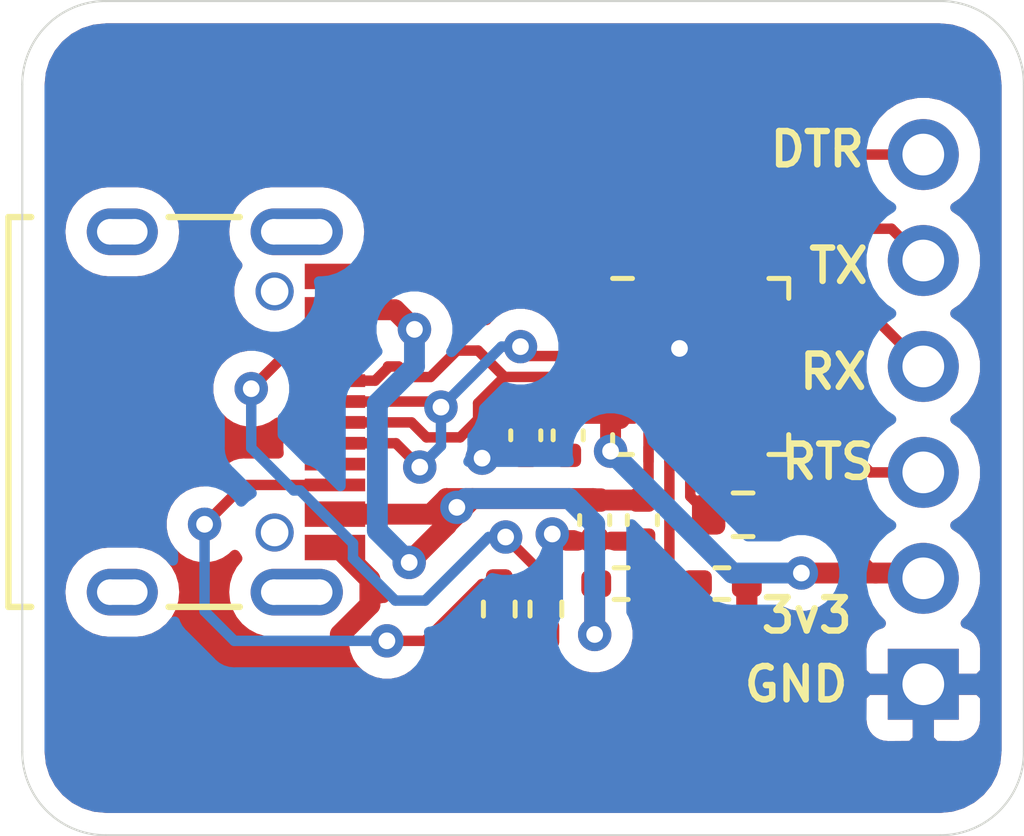
<source format=kicad_pcb>
(kicad_pcb (version 20171130) (host pcbnew 5.1.10)

  (general
    (thickness 1.6)
    (drawings 14)
    (tracks 139)
    (zones 0)
    (modules 12)
    (nets 28)
  )

  (page A4)
  (layers
    (0 F.Cu signal)
    (31 B.Cu signal)
    (32 B.Adhes user)
    (33 F.Adhes user)
    (34 B.Paste user)
    (35 F.Paste user)
    (36 B.SilkS user)
    (37 F.SilkS user)
    (38 B.Mask user)
    (39 F.Mask user)
    (40 Dwgs.User user)
    (41 Cmts.User user)
    (42 Eco1.User user)
    (43 Eco2.User user)
    (44 Edge.Cuts user)
    (45 Margin user)
    (46 B.CrtYd user)
    (47 F.CrtYd user)
    (48 B.Fab user)
    (49 F.Fab user hide)
  )

  (setup
    (last_trace_width 0.25)
    (user_trace_width 0.5)
    (trace_clearance 0.2)
    (zone_clearance 0.508)
    (zone_45_only no)
    (trace_min 0.127)
    (via_size 0.8)
    (via_drill 0.4)
    (via_min_size 0.4)
    (via_min_drill 0.2)
    (uvia_size 0.3)
    (uvia_drill 0.1)
    (uvias_allowed no)
    (uvia_min_size 0.2)
    (uvia_min_drill 0.1)
    (edge_width 0.05)
    (segment_width 0.2)
    (pcb_text_width 0.3)
    (pcb_text_size 1.5 1.5)
    (mod_edge_width 0.12)
    (mod_text_size 1 1)
    (mod_text_width 0.15)
    (pad_size 1.524 1.524)
    (pad_drill 0.762)
    (pad_to_mask_clearance 0)
    (aux_axis_origin 88.9 100.2792)
    (grid_origin 88.9 100.2792)
    (visible_elements FFFFFF7F)
    (pcbplotparams
      (layerselection 0x010fc_ffffffff)
      (usegerberextensions false)
      (usegerberattributes true)
      (usegerberadvancedattributes true)
      (creategerberjobfile true)
      (excludeedgelayer true)
      (linewidth 0.100000)
      (plotframeref false)
      (viasonmask false)
      (mode 1)
      (useauxorigin false)
      (hpglpennumber 1)
      (hpglpenspeed 20)
      (hpglpendiameter 15.000000)
      (psnegative false)
      (psa4output false)
      (plotreference true)
      (plotvalue true)
      (plotinvisibletext false)
      (padsonsilk false)
      (subtractmaskfromsilk false)
      (outputformat 1)
      (mirror false)
      (drillshape 0)
      (scaleselection 1)
      (outputdirectory "./outputs/"))
  )

  (net 0 "")
  (net 1 GND)
  (net 2 +5V)
  (net 3 +3V3)
  (net 4 "Net-(J1-PadA8)")
  (net 5 "Net-(J1-PadB5)")
  (net 6 "Net-(J1-PadA5)")
  (net 7 "Net-(J1-PadB8)")
  (net 8 /D+)
  (net 9 /D-)
  (net 10 /DTR)
  (net 11 /RTS)
  (net 12 /RX)
  (net 13 /TX)
  (net 14 "Net-(R3-Pad1)")
  (net 15 "Net-(R4-Pad1)")
  (net 16 "Net-(U1-Pad1)")
  (net 17 "Net-(U1-Pad10)")
  (net 18 "Net-(U1-Pad11)")
  (net 19 "Net-(U1-Pad12)")
  (net 20 "Net-(U1-Pad13)")
  (net 21 "Net-(U1-Pad14)")
  (net 22 "Net-(U1-Pad15)")
  (net 23 "Net-(U1-Pad16)")
  (net 24 "Net-(U1-Pad17)")
  (net 25 "Net-(U1-Pad18)")
  (net 26 "Net-(U1-Pad22)")
  (net 27 "Net-(U1-Pad24)")

  (net_class Default "This is the default net class."
    (clearance 0.2)
    (trace_width 0.25)
    (via_dia 0.8)
    (via_drill 0.4)
    (uvia_dia 0.3)
    (uvia_drill 0.1)
    (add_net +3V3)
    (add_net +5V)
    (add_net /D+)
    (add_net /D-)
    (add_net /DTR)
    (add_net /RTS)
    (add_net /RX)
    (add_net /TX)
    (add_net GND)
    (add_net "Net-(J1-PadA5)")
    (add_net "Net-(J1-PadA8)")
    (add_net "Net-(J1-PadB5)")
    (add_net "Net-(J1-PadB8)")
    (add_net "Net-(R3-Pad1)")
    (add_net "Net-(R4-Pad1)")
    (add_net "Net-(U1-Pad1)")
    (add_net "Net-(U1-Pad10)")
    (add_net "Net-(U1-Pad11)")
    (add_net "Net-(U1-Pad12)")
    (add_net "Net-(U1-Pad13)")
    (add_net "Net-(U1-Pad14)")
    (add_net "Net-(U1-Pad15)")
    (add_net "Net-(U1-Pad16)")
    (add_net "Net-(U1-Pad17)")
    (add_net "Net-(U1-Pad18)")
    (add_net "Net-(U1-Pad22)")
    (add_net "Net-(U1-Pad24)")
  )

  (module Connector_PinHeader_2.54mm:PinHeader_1x06_P2.54mm_Vertical (layer F.Cu) (tedit 60CAE1EA) (tstamp 60CB9FDE)
    (at 110.49 96.647 180)
    (descr "Through hole straight pin header, 1x06, 2.54mm pitch, single row")
    (tags "Through hole pin header THT 1x06 2.54mm single row")
    (path /60DDDD80)
    (fp_text reference J2 (at 0 -2.33 180) (layer F.SilkS) hide
      (effects (font (size 1 1) (thickness 0.15)))
    )
    (fp_text value Conn_01x06_Male (at 0 15.03 180) (layer F.Fab)
      (effects (font (size 1 1) (thickness 0.15)))
    )
    (fp_line (start 1.8 -1.8) (end -1.8 -1.8) (layer F.CrtYd) (width 0.05))
    (fp_line (start 1.8 14.5) (end 1.8 -1.8) (layer F.CrtYd) (width 0.05))
    (fp_line (start -1.8 14.5) (end 1.8 14.5) (layer F.CrtYd) (width 0.05))
    (fp_line (start -1.8 -1.8) (end -1.8 14.5) (layer F.CrtYd) (width 0.05))
    (fp_line (start -1.27 -0.635) (end -0.635 -1.27) (layer F.Fab) (width 0.1))
    (fp_line (start -1.27 13.97) (end -1.27 -0.635) (layer F.Fab) (width 0.1))
    (fp_line (start 1.27 13.97) (end -1.27 13.97) (layer F.Fab) (width 0.1))
    (fp_line (start 1.27 -1.27) (end 1.27 13.97) (layer F.Fab) (width 0.1))
    (fp_line (start -0.635 -1.27) (end 1.27 -1.27) (layer F.Fab) (width 0.1))
    (fp_text user %R (at 0 6.35 270) (layer F.Fab)
      (effects (font (size 1 1) (thickness 0.15)))
    )
    (pad 6 thru_hole oval (at 0 12.7 180) (size 1.7 1.7) (drill 1) (layers *.Cu *.Mask)
      (net 10 /DTR))
    (pad 5 thru_hole oval (at 0 10.16 180) (size 1.7 1.7) (drill 1) (layers *.Cu *.Mask)
      (net 13 /TX))
    (pad 4 thru_hole oval (at 0 7.62 180) (size 1.7 1.7) (drill 1) (layers *.Cu *.Mask)
      (net 12 /RX))
    (pad 3 thru_hole oval (at 0 5.08 180) (size 1.7 1.7) (drill 1) (layers *.Cu *.Mask)
      (net 11 /RTS))
    (pad 2 thru_hole oval (at 0 2.54 180) (size 1.7 1.7) (drill 1) (layers *.Cu *.Mask)
      (net 3 +3V3))
    (pad 1 thru_hole rect (at 0 0 180) (size 1.7 1.7) (drill 1) (layers *.Cu *.Mask)
      (net 1 GND))
    (model ${KISYS3DMOD}/Connector_PinHeader_2.54mm.3dshapes/PinHeader_1x06_P2.54mm_Vertical.wrl
      (at (xyz 0 0 0))
      (scale (xyz 1 1 1))
      (rotate (xyz 0 0 0))
    )
  )

  (module Package_DFN_QFN:QFN-24-1EP_4x4mm_P0.5mm_EP2.6x2.6mm (layer F.Cu) (tedit 5DC5F6A3) (tstamp 60CB2BE1)
    (at 105.156 89.027)
    (descr "QFN, 24 Pin (http://ww1.microchip.com/downloads/en/PackagingSpec/00000049BQ.pdf#page=278), generated with kicad-footprint-generator ipc_noLead_generator.py")
    (tags "QFN NoLead")
    (path /60CABE7F)
    (attr smd)
    (fp_text reference U1 (at 0 -3.3) (layer F.SilkS) hide
      (effects (font (size 1 1) (thickness 0.15)))
    )
    (fp_text value CP2102N-A01-GQFN24 (at 0 3.3) (layer F.Fab)
      (effects (font (size 1 1) (thickness 0.15)))
    )
    (fp_line (start 1.635 -2.11) (end 2.11 -2.11) (layer F.SilkS) (width 0.12))
    (fp_line (start 2.11 -2.11) (end 2.11 -1.635) (layer F.SilkS) (width 0.12))
    (fp_line (start -1.635 2.11) (end -2.11 2.11) (layer F.SilkS) (width 0.12))
    (fp_line (start -2.11 2.11) (end -2.11 1.635) (layer F.SilkS) (width 0.12))
    (fp_line (start 1.635 2.11) (end 2.11 2.11) (layer F.SilkS) (width 0.12))
    (fp_line (start 2.11 2.11) (end 2.11 1.635) (layer F.SilkS) (width 0.12))
    (fp_line (start -1.635 -2.11) (end -2.11 -2.11) (layer F.SilkS) (width 0.12))
    (fp_line (start -1 -2) (end 2 -2) (layer F.Fab) (width 0.1))
    (fp_line (start 2 -2) (end 2 2) (layer F.Fab) (width 0.1))
    (fp_line (start 2 2) (end -2 2) (layer F.Fab) (width 0.1))
    (fp_line (start -2 2) (end -2 -1) (layer F.Fab) (width 0.1))
    (fp_line (start -2 -1) (end -1 -2) (layer F.Fab) (width 0.1))
    (fp_line (start -2.6 -2.6) (end -2.6 2.6) (layer F.CrtYd) (width 0.05))
    (fp_line (start -2.6 2.6) (end 2.6 2.6) (layer F.CrtYd) (width 0.05))
    (fp_line (start 2.6 2.6) (end 2.6 -2.6) (layer F.CrtYd) (width 0.05))
    (fp_line (start 2.6 -2.6) (end -2.6 -2.6) (layer F.CrtYd) (width 0.05))
    (fp_text user %R (at 0 0) (layer F.Fab)
      (effects (font (size 1 1) (thickness 0.15)))
    )
    (pad 1 smd roundrect (at -1.9375 -1.25) (size 0.825 0.25) (layers F.Cu F.Paste F.Mask) (roundrect_rratio 0.25)
      (net 16 "Net-(U1-Pad1)"))
    (pad 2 smd roundrect (at -1.9375 -0.75) (size 0.825 0.25) (layers F.Cu F.Paste F.Mask) (roundrect_rratio 0.25)
      (net 1 GND))
    (pad 3 smd roundrect (at -1.9375 -0.25) (size 0.825 0.25) (layers F.Cu F.Paste F.Mask) (roundrect_rratio 0.25)
      (net 8 /D+))
    (pad 4 smd roundrect (at -1.9375 0.25) (size 0.825 0.25) (layers F.Cu F.Paste F.Mask) (roundrect_rratio 0.25)
      (net 9 /D-))
    (pad 5 smd roundrect (at -1.9375 0.75) (size 0.825 0.25) (layers F.Cu F.Paste F.Mask) (roundrect_rratio 0.25)
      (net 3 +3V3))
    (pad 6 smd roundrect (at -1.9375 1.25) (size 0.825 0.25) (layers F.Cu F.Paste F.Mask) (roundrect_rratio 0.25)
      (net 3 +3V3))
    (pad 7 smd roundrect (at -1.25 1.9375) (size 0.25 0.825) (layers F.Cu F.Paste F.Mask) (roundrect_rratio 0.25)
      (net 2 +5V))
    (pad 8 smd roundrect (at -0.75 1.9375) (size 0.25 0.825) (layers F.Cu F.Paste F.Mask) (roundrect_rratio 0.25)
      (net 15 "Net-(R4-Pad1)"))
    (pad 9 smd roundrect (at -0.25 1.9375) (size 0.25 0.825) (layers F.Cu F.Paste F.Mask) (roundrect_rratio 0.25)
      (net 14 "Net-(R3-Pad1)"))
    (pad 10 smd roundrect (at 0.25 1.9375) (size 0.25 0.825) (layers F.Cu F.Paste F.Mask) (roundrect_rratio 0.25)
      (net 17 "Net-(U1-Pad10)"))
    (pad 11 smd roundrect (at 0.75 1.9375) (size 0.25 0.825) (layers F.Cu F.Paste F.Mask) (roundrect_rratio 0.25)
      (net 18 "Net-(U1-Pad11)"))
    (pad 12 smd roundrect (at 1.25 1.9375) (size 0.25 0.825) (layers F.Cu F.Paste F.Mask) (roundrect_rratio 0.25)
      (net 19 "Net-(U1-Pad12)"))
    (pad 13 smd roundrect (at 1.9375 1.25) (size 0.825 0.25) (layers F.Cu F.Paste F.Mask) (roundrect_rratio 0.25)
      (net 20 "Net-(U1-Pad13)"))
    (pad 14 smd roundrect (at 1.9375 0.75) (size 0.825 0.25) (layers F.Cu F.Paste F.Mask) (roundrect_rratio 0.25)
      (net 21 "Net-(U1-Pad14)"))
    (pad 15 smd roundrect (at 1.9375 0.25) (size 0.825 0.25) (layers F.Cu F.Paste F.Mask) (roundrect_rratio 0.25)
      (net 22 "Net-(U1-Pad15)"))
    (pad 16 smd roundrect (at 1.9375 -0.25) (size 0.825 0.25) (layers F.Cu F.Paste F.Mask) (roundrect_rratio 0.25)
      (net 23 "Net-(U1-Pad16)"))
    (pad 17 smd roundrect (at 1.9375 -0.75) (size 0.825 0.25) (layers F.Cu F.Paste F.Mask) (roundrect_rratio 0.25)
      (net 24 "Net-(U1-Pad17)"))
    (pad 18 smd roundrect (at 1.9375 -1.25) (size 0.825 0.25) (layers F.Cu F.Paste F.Mask) (roundrect_rratio 0.25)
      (net 25 "Net-(U1-Pad18)"))
    (pad 19 smd roundrect (at 1.25 -1.9375) (size 0.25 0.825) (layers F.Cu F.Paste F.Mask) (roundrect_rratio 0.25)
      (net 11 /RTS))
    (pad 20 smd roundrect (at 0.75 -1.9375) (size 0.25 0.825) (layers F.Cu F.Paste F.Mask) (roundrect_rratio 0.25)
      (net 12 /RX))
    (pad 21 smd roundrect (at 0.25 -1.9375) (size 0.25 0.825) (layers F.Cu F.Paste F.Mask) (roundrect_rratio 0.25)
      (net 13 /TX))
    (pad 22 smd roundrect (at -0.25 -1.9375) (size 0.25 0.825) (layers F.Cu F.Paste F.Mask) (roundrect_rratio 0.25)
      (net 26 "Net-(U1-Pad22)"))
    (pad 23 smd roundrect (at -0.75 -1.9375) (size 0.25 0.825) (layers F.Cu F.Paste F.Mask) (roundrect_rratio 0.25)
      (net 10 /DTR))
    (pad 24 smd roundrect (at -1.25 -1.9375) (size 0.25 0.825) (layers F.Cu F.Paste F.Mask) (roundrect_rratio 0.25)
      (net 27 "Net-(U1-Pad24)"))
    (pad 25 smd rect (at 0 0) (size 2.6 2.6) (layers F.Cu F.Mask)
      (net 1 GND))
    (pad "" smd roundrect (at -0.65 -0.65) (size 1.05 1.05) (layers F.Paste) (roundrect_rratio 0.2380942857142857))
    (pad "" smd roundrect (at -0.65 0.65) (size 1.05 1.05) (layers F.Paste) (roundrect_rratio 0.2380942857142857))
    (pad "" smd roundrect (at 0.65 -0.65) (size 1.05 1.05) (layers F.Paste) (roundrect_rratio 0.2380942857142857))
    (pad "" smd roundrect (at 0.65 0.65) (size 1.05 1.05) (layers F.Paste) (roundrect_rratio 0.2380942857142857))
    (model ${KISYS3DMOD}/Package_DFN_QFN.3dshapes/QFN-24-1EP_4x4mm_P0.5mm_EP2.6x2.6mm.wrl
      (at (xyz 0 0 0))
      (scale (xyz 1 1 1))
      (rotate (xyz 0 0 0))
    )
  )

  (module Capacitor_SMD:C_0402_1005Metric (layer F.Cu) (tedit 5F68FEEE) (tstamp 60CB8EFF)
    (at 102.616 92.71 270)
    (descr "Capacitor SMD 0402 (1005 Metric), square (rectangular) end terminal, IPC_7351 nominal, (Body size source: IPC-SM-782 page 76, https://www.pcb-3d.com/wordpress/wp-content/uploads/ipc-sm-782a_amendment_1_and_2.pdf), generated with kicad-footprint-generator")
    (tags capacitor)
    (path /60D35CDD)
    (attr smd)
    (fp_text reference C1 (at 0.0508 4.6736 90) (layer F.SilkS) hide
      (effects (font (size 1 1) (thickness 0.15)))
    )
    (fp_text value 4.7uF (at 0 1.16 90) (layer F.Fab)
      (effects (font (size 1 1) (thickness 0.15)))
    )
    (fp_line (start 0.91 0.46) (end -0.91 0.46) (layer F.CrtYd) (width 0.05))
    (fp_line (start 0.91 -0.46) (end 0.91 0.46) (layer F.CrtYd) (width 0.05))
    (fp_line (start -0.91 -0.46) (end 0.91 -0.46) (layer F.CrtYd) (width 0.05))
    (fp_line (start -0.91 0.46) (end -0.91 -0.46) (layer F.CrtYd) (width 0.05))
    (fp_line (start -0.107836 0.36) (end 0.107836 0.36) (layer F.SilkS) (width 0.12))
    (fp_line (start -0.107836 -0.36) (end 0.107836 -0.36) (layer F.SilkS) (width 0.12))
    (fp_line (start 0.5 0.25) (end -0.5 0.25) (layer F.Fab) (width 0.1))
    (fp_line (start 0.5 -0.25) (end 0.5 0.25) (layer F.Fab) (width 0.1))
    (fp_line (start -0.5 -0.25) (end 0.5 -0.25) (layer F.Fab) (width 0.1))
    (fp_line (start -0.5 0.25) (end -0.5 -0.25) (layer F.Fab) (width 0.1))
    (fp_text user %R (at 0 0 90) (layer F.Fab)
      (effects (font (size 0.25 0.25) (thickness 0.04)))
    )
    (pad 2 smd roundrect (at 0.48 0 270) (size 0.56 0.62) (layers F.Cu F.Paste F.Mask) (roundrect_rratio 0.25)
      (net 1 GND))
    (pad 1 smd roundrect (at -0.48 0 270) (size 0.56 0.62) (layers F.Cu F.Paste F.Mask) (roundrect_rratio 0.25)
      (net 2 +5V))
    (model ${KISYS3DMOD}/Capacitor_SMD.3dshapes/C_0402_1005Metric.wrl
      (at (xyz 0 0 0))
      (scale (xyz 1 1 1))
      (rotate (xyz 0 0 0))
    )
  )

  (module Capacitor_SMD:C_0402_1005Metric (layer F.Cu) (tedit 5F68FEEE) (tstamp 60CB2AE1)
    (at 103.759 92.71 270)
    (descr "Capacitor SMD 0402 (1005 Metric), square (rectangular) end terminal, IPC_7351 nominal, (Body size source: IPC-SM-782 page 76, https://www.pcb-3d.com/wordpress/wp-content/uploads/ipc-sm-782a_amendment_1_and_2.pdf), generated with kicad-footprint-generator")
    (tags capacitor)
    (path /60D2CC42)
    (attr smd)
    (fp_text reference C2 (at 0.0508 4.6482 90) (layer F.SilkS) hide
      (effects (font (size 1 1) (thickness 0.15)))
    )
    (fp_text value 0.1uF (at 0 1.16 90) (layer F.Fab)
      (effects (font (size 1 1) (thickness 0.15)))
    )
    (fp_line (start -0.5 0.25) (end -0.5 -0.25) (layer F.Fab) (width 0.1))
    (fp_line (start -0.5 -0.25) (end 0.5 -0.25) (layer F.Fab) (width 0.1))
    (fp_line (start 0.5 -0.25) (end 0.5 0.25) (layer F.Fab) (width 0.1))
    (fp_line (start 0.5 0.25) (end -0.5 0.25) (layer F.Fab) (width 0.1))
    (fp_line (start -0.107836 -0.36) (end 0.107836 -0.36) (layer F.SilkS) (width 0.12))
    (fp_line (start -0.107836 0.36) (end 0.107836 0.36) (layer F.SilkS) (width 0.12))
    (fp_line (start -0.91 0.46) (end -0.91 -0.46) (layer F.CrtYd) (width 0.05))
    (fp_line (start -0.91 -0.46) (end 0.91 -0.46) (layer F.CrtYd) (width 0.05))
    (fp_line (start 0.91 -0.46) (end 0.91 0.46) (layer F.CrtYd) (width 0.05))
    (fp_line (start 0.91 0.46) (end -0.91 0.46) (layer F.CrtYd) (width 0.05))
    (fp_text user %R (at 0 0 90) (layer F.Fab)
      (effects (font (size 0.25 0.25) (thickness 0.04)))
    )
    (pad 1 smd roundrect (at -0.48 0 270) (size 0.56 0.62) (layers F.Cu F.Paste F.Mask) (roundrect_rratio 0.25)
      (net 2 +5V))
    (pad 2 smd roundrect (at 0.48 0 270) (size 0.56 0.62) (layers F.Cu F.Paste F.Mask) (roundrect_rratio 0.25)
      (net 1 GND))
    (model ${KISYS3DMOD}/Capacitor_SMD.3dshapes/C_0402_1005Metric.wrl
      (at (xyz 0 0 0))
      (scale (xyz 1 1 1))
      (rotate (xyz 0 0 0))
    )
  )

  (module Capacitor_SMD:C_0402_1005Metric (layer F.Cu) (tedit 5F68FEEE) (tstamp 60CB3E58)
    (at 101.981 90.678 90)
    (descr "Capacitor SMD 0402 (1005 Metric), square (rectangular) end terminal, IPC_7351 nominal, (Body size source: IPC-SM-782 page 76, https://www.pcb-3d.com/wordpress/wp-content/uploads/ipc-sm-782a_amendment_1_and_2.pdf), generated with kicad-footprint-generator")
    (tags capacitor)
    (path /60D63C6A)
    (attr smd)
    (fp_text reference C3 (at 1.905 0.127 90) (layer F.SilkS) hide
      (effects (font (size 1 1) (thickness 0.15)))
    )
    (fp_text value 4.7uF (at 0 1.16 90) (layer F.Fab)
      (effects (font (size 1 1) (thickness 0.15)))
    )
    (fp_line (start -0.5 0.25) (end -0.5 -0.25) (layer F.Fab) (width 0.1))
    (fp_line (start -0.5 -0.25) (end 0.5 -0.25) (layer F.Fab) (width 0.1))
    (fp_line (start 0.5 -0.25) (end 0.5 0.25) (layer F.Fab) (width 0.1))
    (fp_line (start 0.5 0.25) (end -0.5 0.25) (layer F.Fab) (width 0.1))
    (fp_line (start -0.107836 -0.36) (end 0.107836 -0.36) (layer F.SilkS) (width 0.12))
    (fp_line (start -0.107836 0.36) (end 0.107836 0.36) (layer F.SilkS) (width 0.12))
    (fp_line (start -0.91 0.46) (end -0.91 -0.46) (layer F.CrtYd) (width 0.05))
    (fp_line (start -0.91 -0.46) (end 0.91 -0.46) (layer F.CrtYd) (width 0.05))
    (fp_line (start 0.91 -0.46) (end 0.91 0.46) (layer F.CrtYd) (width 0.05))
    (fp_line (start 0.91 0.46) (end -0.91 0.46) (layer F.CrtYd) (width 0.05))
    (fp_text user %R (at 0 0 90) (layer F.Fab)
      (effects (font (size 0.25 0.25) (thickness 0.04)))
    )
    (pad 1 smd roundrect (at -0.48 0 90) (size 0.56 0.62) (layers F.Cu F.Paste F.Mask) (roundrect_rratio 0.25)
      (net 1 GND))
    (pad 2 smd roundrect (at 0.48 0 90) (size 0.56 0.62) (layers F.Cu F.Paste F.Mask) (roundrect_rratio 0.25)
      (net 3 +3V3))
    (model ${KISYS3DMOD}/Capacitor_SMD.3dshapes/C_0402_1005Metric.wrl
      (at (xyz 0 0 0))
      (scale (xyz 1 1 1))
      (rotate (xyz 0 0 0))
    )
  )

  (module Capacitor_SMD:C_0402_1005Metric (layer F.Cu) (tedit 5F68FEEE) (tstamp 60CB3972)
    (at 100.965 90.678 90)
    (descr "Capacitor SMD 0402 (1005 Metric), square (rectangular) end terminal, IPC_7351 nominal, (Body size source: IPC-SM-782 page 76, https://www.pcb-3d.com/wordpress/wp-content/uploads/ipc-sm-782a_amendment_1_and_2.pdf), generated with kicad-footprint-generator")
    (tags capacitor)
    (path /60D65F72)
    (attr smd)
    (fp_text reference C4 (at 1.905 -0.127 90) (layer F.SilkS) hide
      (effects (font (size 1 1) (thickness 0.15)))
    )
    (fp_text value 0.1uF (at 0 1.16 90) (layer F.Fab)
      (effects (font (size 1 1) (thickness 0.15)))
    )
    (fp_line (start 0.91 0.46) (end -0.91 0.46) (layer F.CrtYd) (width 0.05))
    (fp_line (start 0.91 -0.46) (end 0.91 0.46) (layer F.CrtYd) (width 0.05))
    (fp_line (start -0.91 -0.46) (end 0.91 -0.46) (layer F.CrtYd) (width 0.05))
    (fp_line (start -0.91 0.46) (end -0.91 -0.46) (layer F.CrtYd) (width 0.05))
    (fp_line (start -0.107836 0.36) (end 0.107836 0.36) (layer F.SilkS) (width 0.12))
    (fp_line (start -0.107836 -0.36) (end 0.107836 -0.36) (layer F.SilkS) (width 0.12))
    (fp_line (start 0.5 0.25) (end -0.5 0.25) (layer F.Fab) (width 0.1))
    (fp_line (start 0.5 -0.25) (end 0.5 0.25) (layer F.Fab) (width 0.1))
    (fp_line (start -0.5 -0.25) (end 0.5 -0.25) (layer F.Fab) (width 0.1))
    (fp_line (start -0.5 0.25) (end -0.5 -0.25) (layer F.Fab) (width 0.1))
    (fp_text user %R (at 0 0 90) (layer F.Fab)
      (effects (font (size 0.25 0.25) (thickness 0.04)))
    )
    (pad 2 smd roundrect (at 0.48 0 90) (size 0.56 0.62) (layers F.Cu F.Paste F.Mask) (roundrect_rratio 0.25)
      (net 3 +3V3))
    (pad 1 smd roundrect (at -0.48 0 90) (size 0.56 0.62) (layers F.Cu F.Paste F.Mask) (roundrect_rratio 0.25)
      (net 1 GND))
    (model ${KISYS3DMOD}/Capacitor_SMD.3dshapes/C_0402_1005Metric.wrl
      (at (xyz 0 0 0))
      (scale (xyz 1 1 1))
      (rotate (xyz 0 0 0))
    )
  )

  (module footprints:TYPE-C-31-M-12 (layer F.Cu) (tedit 60B368CA) (tstamp 60CB31A8)
    (at 96.393 86.868 270)
    (path /60CAF7CB)
    (attr smd)
    (fp_text reference J1 (at 3.302 2.794 90) (layer F.SilkS) hide
      (effects (font (size 1 1) (thickness 0.15)))
    )
    (fp_text value TYPE-C-31-M-12 (at 3.048 4.826 90) (layer F.Fab)
      (effects (font (size 1 1) (thickness 0.15)))
    )
    (fp_line (start -1.423407 7.8231) (end 7.923793 7.8231) (layer F.SilkS) (width 0.1524))
    (fp_line (start 7.923793 7.8231) (end 7.923793 7.277766) (layer F.SilkS) (width 0.1524))
    (fp_line (start 7.923793 3.98548) (end 7.923793 2.280533) (layer F.SilkS) (width 0.1524))
    (fp_line (start -1.296407 7.6961) (end 7.796793 7.6961) (layer F.Fab) (width 0.1524))
    (fp_line (start 7.796793 7.6961) (end 7.796793 0.2539) (layer F.Fab) (width 0.1524))
    (fp_line (start 7.796793 0.2539) (end -1.296407 0.2539) (layer F.Fab) (width 0.1524))
    (fp_line (start -1.296407 0.2539) (end -1.296407 7.6961) (layer F.Fab) (width 0.1524))
    (fp_line (start -1.423407 7.277766) (end -1.423407 7.8231) (layer F.SilkS) (width 0.1524))
    (fp_line (start -1.423407 2.280533) (end -1.423407 3.985467) (layer F.SilkS) (width 0.1524))
    (fp_line (start 8.383025 2.2749) (end 8.383025 -0.4429) (layer F.CrtYd) (width 0.1524))
    (fp_line (start 8.383025 -0.4429) (end 7.059186 -0.4429) (layer F.CrtYd) (width 0.1524))
    (fp_line (start 7.059186 -0.4429) (end 7.059186 -0.9779) (layer F.CrtYd) (width 0.1524))
    (fp_line (start 7.059186 -0.9779) (end -0.5588 -0.9779) (layer F.CrtYd) (width 0.1524))
    (fp_line (start -0.5588 -0.9779) (end -0.5588 -0.4429) (layer F.CrtYd) (width 0.1524))
    (fp_line (start -0.5588 -0.4429) (end -1.882639 -0.4429) (layer F.CrtYd) (width 0.1524))
    (fp_line (start -1.882639 -0.4429) (end -1.882639 2.2749) (layer F.CrtYd) (width 0.1524))
    (fp_line (start -1.882639 2.2749) (end -1.550407 2.2749) (layer F.CrtYd) (width 0.1524))
    (fp_line (start -1.550407 2.2749) (end -1.550407 3.9911) (layer F.CrtYd) (width 0.1524))
    (fp_line (start -1.550407 3.9911) (end -1.882639 3.9911) (layer F.CrtYd) (width 0.1524))
    (fp_line (start -1.882639 3.9911) (end -1.882639 6.2009) (layer F.CrtYd) (width 0.1524))
    (fp_line (start -1.882639 6.2009) (end -1.550407 6.2009) (layer F.CrtYd) (width 0.1524))
    (fp_line (start -1.550407 6.2009) (end -1.550407 7.9501) (layer F.CrtYd) (width 0.1524))
    (fp_line (start -1.550407 7.9501) (end 8.050793 7.9501) (layer F.CrtYd) (width 0.1524))
    (fp_line (start 8.050793 7.9501) (end 8.050793 6.2009) (layer F.CrtYd) (width 0.1524))
    (fp_line (start 8.050793 6.2009) (end 8.382995 6.2009) (layer F.CrtYd) (width 0.1524))
    (fp_line (start 8.382995 6.2009) (end 8.382995 3.9911) (layer F.CrtYd) (width 0.1524))
    (fp_line (start 8.382995 3.9911) (end 8.050793 3.9911) (layer F.CrtYd) (width 0.1524))
    (fp_line (start 8.050793 3.9911) (end 8.050793 2.2749) (layer F.CrtYd) (width 0.1524))
    (fp_line (start 8.050793 2.2749) (end 8.383025 2.2749) (layer F.CrtYd) (width 0.1524))
    (pad 26 np_thru_hole circle (at 7.570195 5.3881 270) (size 0.6096 0.6096) (drill 0.6096) (layers *.Cu *.Mask))
    (pad 15 thru_hole oval (at -1.069839 5.096) (size 1.7018 1.1176) (drill oval 1.2105 0.6105) (layers *.Cu *.Mask))
    (pad 24 np_thru_hole circle (at -1.069839 5.3881 270) (size 0.6096 0.6096) (drill 0.6096) (layers *.Cu *.Mask))
    (pad 14 thru_hole oval (at 7.570225 0.916) (size 2.2098 1.1176) (drill oval 1.7105 0.6105) (layers *.Cu *.Mask))
    (pad A8 smd rect (at 4.500256 0 270) (size 0.3048 1.4478) (layers F.Cu F.Paste F.Mask)
      (net 4 "Net-(J1-PadA8)"))
    (pad B5 smd rect (at 5.000382 0 270) (size 0.3048 1.4478) (layers F.Cu F.Paste F.Mask)
      (net 5 "Net-(J1-PadB5)"))
    (pad A5 smd rect (at 2.00013 0 270) (size 0.3048 1.4478) (layers F.Cu F.Paste F.Mask)
      (net 6 "Net-(J1-PadA5)"))
    (pad B8 smd rect (at 1.500004 0 270) (size 0.3048 1.4478) (layers F.Cu F.Paste F.Mask)
      (net 7 "Net-(J1-PadB8)"))
    (pad 16 thru_hole oval (at 7.570195 5.096) (size 1.7018 1.1176) (drill oval 1.2105 0.6105) (layers *.Cu *.Mask))
    (pad 18 thru_hole circle (at 6.140192 1.446) (size 0.9144 0.9144) (drill 0.6604) (layers *.Cu *.Mask))
    (pad 17 thru_hole circle (at 0.360194 1.446) (size 0.9144 0.9144) (drill 0.6604) (layers *.Cu *.Mask))
    (pad 22 np_thru_hole circle (at 7.570225 1.4621 270) (size 0.6096 0.6096) (drill 0.6096) (layers *.Cu *.Mask))
    (pad 21 np_thru_hole circle (at 7.570225 0.3699 270) (size 0.6096 0.6096) (drill 0.6096) (layers *.Cu *.Mask))
    (pad 25 np_thru_hole circle (at 7.570195 4.8039 270) (size 0.6096 0.6096) (drill 0.6096) (layers *.Cu *.Mask))
    (pad 23 np_thru_hole circle (at -1.069839 4.8039 270) (size 0.6096 0.6096) (drill 0.6096) (layers *.Cu *.Mask))
    (pad B1-A12 smd rect (at 6.500386 0 270) (size 0.6096 1.4478) (layers F.Cu F.Paste F.Mask)
      (net 1 GND))
    (pad 13 thru_hole oval (at -1.069839 0.916) (size 2.2098 1.1176) (drill oval 1.7105 0.6105) (layers *.Cu *.Mask))
    (pad B4-A9 smd rect (at 5.700134 0 270) (size 0.6096 1.4478) (layers F.Cu F.Paste F.Mask)
      (net 2 +5V))
    (pad B6 smd rect (at 4.000382 0 270) (size 0.3048 1.4478) (layers F.Cu F.Paste F.Mask)
      (net 8 /D+))
    (pad A7 smd rect (at 3.500256 0 270) (size 0.3048 1.4478) (layers F.Cu F.Paste F.Mask)
      (net 9 /D-))
    (pad A6 smd rect (at 3.00013 0 270) (size 0.3048 1.4478) (layers F.Cu F.Paste F.Mask)
      (net 8 /D+))
    (pad B7 smd rect (at 2.500004 0 270) (size 0.3048 1.4478) (layers F.Cu F.Paste F.Mask)
      (net 9 /D-))
    (pad 20 np_thru_hole circle (at -1.069839 1.4621 270) (size 0.6096 0.6096) (drill 0.6096) (layers *.Cu *.Mask))
    (pad A4-B9 smd rect (at 0.800252 0 270) (size 0.6096 1.4478) (layers F.Cu F.Paste F.Mask)
      (net 2 +5V))
    (pad 19 np_thru_hole circle (at -1.069839 0.3699 270) (size 0.6096 0.6096) (drill 0.6096) (layers *.Cu *.Mask))
    (pad A1-B12 smd rect (at 0 0 270) (size 0.6096 1.4478) (layers F.Cu F.Paste F.Mask)
      (net 1 GND))
  )

  (module Resistor_SMD:R_0402_1005Metric_Pad0.72x0.64mm_HandSolder (layer F.Cu) (tedit 5F6BB9E0) (tstamp 60CB2B6B)
    (at 101.4476 94.8436 90)
    (descr "Resistor SMD 0402 (1005 Metric), square (rectangular) end terminal, IPC_7351 nominal with elongated pad for handsoldering. (Body size source: IPC-SM-782 page 72, https://www.pcb-3d.com/wordpress/wp-content/uploads/ipc-sm-782a_amendment_1_and_2.pdf), generated with kicad-footprint-generator")
    (tags "resistor handsolder")
    (path /60CBA51D)
    (attr smd)
    (fp_text reference R1 (at -4.9022 4.6736 180) (layer F.SilkS) hide
      (effects (font (size 1 1) (thickness 0.15)))
    )
    (fp_text value 5.1k (at 0 1.17 90) (layer F.Fab)
      (effects (font (size 1 1) (thickness 0.15)))
    )
    (fp_line (start -0.525 0.27) (end -0.525 -0.27) (layer F.Fab) (width 0.1))
    (fp_line (start -0.525 -0.27) (end 0.525 -0.27) (layer F.Fab) (width 0.1))
    (fp_line (start 0.525 -0.27) (end 0.525 0.27) (layer F.Fab) (width 0.1))
    (fp_line (start 0.525 0.27) (end -0.525 0.27) (layer F.Fab) (width 0.1))
    (fp_line (start -0.167621 -0.38) (end 0.167621 -0.38) (layer F.SilkS) (width 0.12))
    (fp_line (start -0.167621 0.38) (end 0.167621 0.38) (layer F.SilkS) (width 0.12))
    (fp_line (start -1.1 0.47) (end -1.1 -0.47) (layer F.CrtYd) (width 0.05))
    (fp_line (start -1.1 -0.47) (end 1.1 -0.47) (layer F.CrtYd) (width 0.05))
    (fp_line (start 1.1 -0.47) (end 1.1 0.47) (layer F.CrtYd) (width 0.05))
    (fp_line (start 1.1 0.47) (end -1.1 0.47) (layer F.CrtYd) (width 0.05))
    (fp_text user %R (at 0 0 90) (layer F.Fab)
      (effects (font (size 0.26 0.26) (thickness 0.04)))
    )
    (pad 1 smd roundrect (at -0.5975 0 90) (size 0.715 0.64) (layers F.Cu F.Paste F.Mask) (roundrect_rratio 0.25)
      (net 1 GND))
    (pad 2 smd roundrect (at 0.5975 0 90) (size 0.715 0.64) (layers F.Cu F.Paste F.Mask) (roundrect_rratio 0.25)
      (net 6 "Net-(J1-PadA5)"))
    (model ${KISYS3DMOD}/Resistor_SMD.3dshapes/R_0402_1005Metric.wrl
      (at (xyz 0 0 0))
      (scale (xyz 1 1 1))
      (rotate (xyz 0 0 0))
    )
  )

  (module Resistor_SMD:R_0402_1005Metric_Pad0.72x0.64mm_HandSolder (layer F.Cu) (tedit 5F6BB9E0) (tstamp 60CB8F78)
    (at 100.33 94.8436 90)
    (descr "Resistor SMD 0402 (1005 Metric), square (rectangular) end terminal, IPC_7351 nominal with elongated pad for handsoldering. (Body size source: IPC-SM-782 page 72, https://www.pcb-3d.com/wordpress/wp-content/uploads/ipc-sm-782a_amendment_1_and_2.pdf), generated with kicad-footprint-generator")
    (tags "resistor handsolder")
    (path /60CBB87D)
    (attr smd)
    (fp_text reference R2 (at -5.5626 3.2258 180) (layer F.SilkS) hide
      (effects (font (size 1 1) (thickness 0.15)))
    )
    (fp_text value 5.1k (at 0 1.17 90) (layer F.Fab)
      (effects (font (size 1 1) (thickness 0.15)))
    )
    (fp_line (start -0.525 0.27) (end -0.525 -0.27) (layer F.Fab) (width 0.1))
    (fp_line (start -0.525 -0.27) (end 0.525 -0.27) (layer F.Fab) (width 0.1))
    (fp_line (start 0.525 -0.27) (end 0.525 0.27) (layer F.Fab) (width 0.1))
    (fp_line (start 0.525 0.27) (end -0.525 0.27) (layer F.Fab) (width 0.1))
    (fp_line (start -0.167621 -0.38) (end 0.167621 -0.38) (layer F.SilkS) (width 0.12))
    (fp_line (start -0.167621 0.38) (end 0.167621 0.38) (layer F.SilkS) (width 0.12))
    (fp_line (start -1.1 0.47) (end -1.1 -0.47) (layer F.CrtYd) (width 0.05))
    (fp_line (start -1.1 -0.47) (end 1.1 -0.47) (layer F.CrtYd) (width 0.05))
    (fp_line (start 1.1 -0.47) (end 1.1 0.47) (layer F.CrtYd) (width 0.05))
    (fp_line (start 1.1 0.47) (end -1.1 0.47) (layer F.CrtYd) (width 0.05))
    (fp_text user %R (at 0 0 90) (layer F.Fab)
      (effects (font (size 0.26 0.26) (thickness 0.04)))
    )
    (pad 1 smd roundrect (at -0.5975 0 90) (size 0.715 0.64) (layers F.Cu F.Paste F.Mask) (roundrect_rratio 0.25)
      (net 1 GND))
    (pad 2 smd roundrect (at 0.5975 0 90) (size 0.715 0.64) (layers F.Cu F.Paste F.Mask) (roundrect_rratio 0.25)
      (net 5 "Net-(J1-PadB5)"))
    (model ${KISYS3DMOD}/Resistor_SMD.3dshapes/R_0402_1005Metric.wrl
      (at (xyz 0 0 0))
      (scale (xyz 1 1 1))
      (rotate (xyz 0 0 0))
    )
  )

  (module Resistor_SMD:R_0603_1608Metric (layer F.Cu) (tedit 5F68FEEE) (tstamp 60CB2B8D)
    (at 106.172 92.583)
    (descr "Resistor SMD 0603 (1608 Metric), square (rectangular) end terminal, IPC_7351 nominal, (Body size source: IPC-SM-782 page 72, https://www.pcb-3d.com/wordpress/wp-content/uploads/ipc-sm-782a_amendment_1_and_2.pdf), generated with kicad-footprint-generator")
    (tags resistor)
    (path /60CC7FDA)
    (attr smd)
    (fp_text reference R3 (at 2.159 0 90) (layer F.SilkS) hide
      (effects (font (size 1 1) (thickness 0.15)))
    )
    (fp_text value 1k (at 0 1.43) (layer F.Fab)
      (effects (font (size 1 1) (thickness 0.15)))
    )
    (fp_line (start -0.8 0.4125) (end -0.8 -0.4125) (layer F.Fab) (width 0.1))
    (fp_line (start -0.8 -0.4125) (end 0.8 -0.4125) (layer F.Fab) (width 0.1))
    (fp_line (start 0.8 -0.4125) (end 0.8 0.4125) (layer F.Fab) (width 0.1))
    (fp_line (start 0.8 0.4125) (end -0.8 0.4125) (layer F.Fab) (width 0.1))
    (fp_line (start -0.237258 -0.5225) (end 0.237258 -0.5225) (layer F.SilkS) (width 0.12))
    (fp_line (start -0.237258 0.5225) (end 0.237258 0.5225) (layer F.SilkS) (width 0.12))
    (fp_line (start -1.48 0.73) (end -1.48 -0.73) (layer F.CrtYd) (width 0.05))
    (fp_line (start -1.48 -0.73) (end 1.48 -0.73) (layer F.CrtYd) (width 0.05))
    (fp_line (start 1.48 -0.73) (end 1.48 0.73) (layer F.CrtYd) (width 0.05))
    (fp_line (start 1.48 0.73) (end -1.48 0.73) (layer F.CrtYd) (width 0.05))
    (fp_text user %R (at 0 0) (layer F.Fab)
      (effects (font (size 0.4 0.4) (thickness 0.06)))
    )
    (pad 1 smd roundrect (at -0.825 0) (size 0.8 0.95) (layers F.Cu F.Paste F.Mask) (roundrect_rratio 0.25)
      (net 14 "Net-(R3-Pad1)"))
    (pad 2 smd roundrect (at 0.825 0) (size 0.8 0.95) (layers F.Cu F.Paste F.Mask) (roundrect_rratio 0.25)
      (net 3 +3V3))
    (model ${KISYS3DMOD}/Resistor_SMD.3dshapes/R_0603_1608Metric.wrl
      (at (xyz 0 0 0))
      (scale (xyz 1 1 1))
      (rotate (xyz 0 0 0))
    )
  )

  (module Resistor_SMD:R_0402_1005Metric_Pad0.72x0.64mm_HandSolder (layer F.Cu) (tedit 5F6BB9E0) (tstamp 60CB2B9E)
    (at 103.251 94.234 180)
    (descr "Resistor SMD 0402 (1005 Metric), square (rectangular) end terminal, IPC_7351 nominal with elongated pad for handsoldering. (Body size source: IPC-SM-782 page 72, https://www.pcb-3d.com/wordpress/wp-content/uploads/ipc-sm-782a_amendment_1_and_2.pdf), generated with kicad-footprint-generator")
    (tags "resistor handsolder")
    (path /60CD89E5)
    (attr smd)
    (fp_text reference R4 (at -0.127 -1.27) (layer F.SilkS) hide
      (effects (font (size 1 1) (thickness 0.15)))
    )
    (fp_text value 22.1k (at 0 1.17) (layer F.Fab)
      (effects (font (size 1 1) (thickness 0.15)))
    )
    (fp_line (start 1.1 0.47) (end -1.1 0.47) (layer F.CrtYd) (width 0.05))
    (fp_line (start 1.1 -0.47) (end 1.1 0.47) (layer F.CrtYd) (width 0.05))
    (fp_line (start -1.1 -0.47) (end 1.1 -0.47) (layer F.CrtYd) (width 0.05))
    (fp_line (start -1.1 0.47) (end -1.1 -0.47) (layer F.CrtYd) (width 0.05))
    (fp_line (start -0.167621 0.38) (end 0.167621 0.38) (layer F.SilkS) (width 0.12))
    (fp_line (start -0.167621 -0.38) (end 0.167621 -0.38) (layer F.SilkS) (width 0.12))
    (fp_line (start 0.525 0.27) (end -0.525 0.27) (layer F.Fab) (width 0.1))
    (fp_line (start 0.525 -0.27) (end 0.525 0.27) (layer F.Fab) (width 0.1))
    (fp_line (start -0.525 -0.27) (end 0.525 -0.27) (layer F.Fab) (width 0.1))
    (fp_line (start -0.525 0.27) (end -0.525 -0.27) (layer F.Fab) (width 0.1))
    (fp_text user %R (at 0 0) (layer F.Fab)
      (effects (font (size 0.26 0.26) (thickness 0.04)))
    )
    (pad 2 smd roundrect (at 0.5975 0 180) (size 0.715 0.64) (layers F.Cu F.Paste F.Mask) (roundrect_rratio 0.25)
      (net 2 +5V))
    (pad 1 smd roundrect (at -0.5975 0 180) (size 0.715 0.64) (layers F.Cu F.Paste F.Mask) (roundrect_rratio 0.25)
      (net 15 "Net-(R4-Pad1)"))
    (model ${KISYS3DMOD}/Resistor_SMD.3dshapes/R_0402_1005Metric.wrl
      (at (xyz 0 0 0))
      (scale (xyz 1 1 1))
      (rotate (xyz 0 0 0))
    )
  )

  (module Resistor_SMD:R_0402_1005Metric_Pad0.72x0.64mm_HandSolder (layer F.Cu) (tedit 5F6BB9E0) (tstamp 60CB2BAF)
    (at 105.664 94.234 180)
    (descr "Resistor SMD 0402 (1005 Metric), square (rectangular) end terminal, IPC_7351 nominal with elongated pad for handsoldering. (Body size source: IPC-SM-782 page 72, https://www.pcb-3d.com/wordpress/wp-content/uploads/ipc-sm-782a_amendment_1_and_2.pdf), generated with kicad-footprint-generator")
    (tags "resistor handsolder")
    (path /60CD8E6A)
    (attr smd)
    (fp_text reference R5 (at 0 -1.27) (layer F.SilkS) hide
      (effects (font (size 1 1) (thickness 0.15)))
    )
    (fp_text value 47.5k (at 0 1.17) (layer F.Fab)
      (effects (font (size 1 1) (thickness 0.15)))
    )
    (fp_line (start -0.525 0.27) (end -0.525 -0.27) (layer F.Fab) (width 0.1))
    (fp_line (start -0.525 -0.27) (end 0.525 -0.27) (layer F.Fab) (width 0.1))
    (fp_line (start 0.525 -0.27) (end 0.525 0.27) (layer F.Fab) (width 0.1))
    (fp_line (start 0.525 0.27) (end -0.525 0.27) (layer F.Fab) (width 0.1))
    (fp_line (start -0.167621 -0.38) (end 0.167621 -0.38) (layer F.SilkS) (width 0.12))
    (fp_line (start -0.167621 0.38) (end 0.167621 0.38) (layer F.SilkS) (width 0.12))
    (fp_line (start -1.1 0.47) (end -1.1 -0.47) (layer F.CrtYd) (width 0.05))
    (fp_line (start -1.1 -0.47) (end 1.1 -0.47) (layer F.CrtYd) (width 0.05))
    (fp_line (start 1.1 -0.47) (end 1.1 0.47) (layer F.CrtYd) (width 0.05))
    (fp_line (start 1.1 0.47) (end -1.1 0.47) (layer F.CrtYd) (width 0.05))
    (fp_text user %R (at 0 0) (layer F.Fab)
      (effects (font (size 0.26 0.26) (thickness 0.04)))
    )
    (pad 1 smd roundrect (at -0.5975 0 180) (size 0.715 0.64) (layers F.Cu F.Paste F.Mask) (roundrect_rratio 0.25)
      (net 1 GND))
    (pad 2 smd roundrect (at 0.5975 0 180) (size 0.715 0.64) (layers F.Cu F.Paste F.Mask) (roundrect_rratio 0.25)
      (net 15 "Net-(R4-Pad1)"))
    (model ${KISYS3DMOD}/Resistor_SMD.3dshapes/R_0402_1005Metric.wrl
      (at (xyz 0 0 0))
      (scale (xyz 1 1 1))
      (rotate (xyz 0 0 0))
    )
  )

  (gr_text TX (at 108.458 86.614) (layer F.SilkS) (tstamp 60CBA2B5)
    (effects (font (size 0.8 0.8) (thickness 0.155)))
  )
  (gr_arc (start 110.9 82.266) (end 112.9 82.266) (angle -90) (layer Edge.Cuts) (width 0.05))
  (gr_arc (start 90.9 82.266) (end 90.9 80.266) (angle -90) (layer Edge.Cuts) (width 0.05))
  (gr_arc (start 90.9 98.266) (end 88.9 98.266) (angle -90) (layer Edge.Cuts) (width 0.05))
  (gr_arc (start 110.9 98.266) (end 110.9 100.266) (angle -90) (layer Edge.Cuts) (width 0.05))
  (gr_text GND (at 107.442 96.647) (layer F.SilkS) (tstamp 60CB93C2)
    (effects (font (size 0.8 0.8) (thickness 0.155)))
  )
  (gr_text 3v3 (at 107.696 94.996) (layer F.SilkS) (tstamp 60CB93C0)
    (effects (font (size 0.8 0.8) (thickness 0.155)))
  )
  (gr_text RTS (at 108.204 91.313) (layer F.SilkS) (tstamp 60CB93BE)
    (effects (font (size 0.8 0.8) (thickness 0.155)))
  )
  (gr_text RX (at 108.331 89.154) (layer F.SilkS) (tstamp 60CB93BB)
    (effects (font (size 0.8 0.8) (thickness 0.155)))
  )
  (gr_text DTR (at 107.95 83.82) (layer F.SilkS) (tstamp 60CB93B2)
    (effects (font (size 0.8 0.8) (thickness 0.155)))
  )
  (gr_line (start 112.9 82.266) (end 112.9 98.266) (layer Edge.Cuts) (width 0.05) (tstamp 60CB8415))
  (gr_line (start 90.9 80.266) (end 110.9 80.266) (layer Edge.Cuts) (width 0.05) (tstamp 60CB9775))
  (gr_line (start 90.9 100.266) (end 110.9 100.266) (layer Edge.Cuts) (width 0.05))
  (gr_line (start 88.9 82.266) (end 88.9 98.266) (layer Edge.Cuts) (width 0.05))

  (segment (start 101.74601 93.19) (end 101.6 93.04399) (width 0.25) (layer F.Cu) (net 1))
  (via (at 101.6 93.04399) (size 0.8) (drill 0.4) (layers F.Cu B.Cu) (net 1))
  (segment (start 102.616 93.19) (end 101.74601 93.19) (width 0.25) (layer F.Cu) (net 1))
  (segment (start 96.393 93.368386) (end 96.467186 93.368386) (width 0.5) (layer F.Cu) (net 1))
  (segment (start 96.467186 93.368386) (end 97.229599 94.130799) (width 0.5) (layer F.Cu) (net 1))
  (segment (start 97.229599 94.130799) (end 97.229599 94.743601) (width 0.5) (layer F.Cu) (net 1))
  (segment (start 97.229599 94.743601) (end 96.52 95.4532) (width 0.5) (layer F.Cu) (net 1))
  (segment (start 96.393 86.868) (end 98.5012 86.868) (width 0.5) (layer F.Cu) (net 1))
  (segment (start 103.2185 88.277) (end 102.2978 88.277) (width 0.25) (layer F.Cu) (net 1))
  (segment (start 102.2978 88.277) (end 101.854 87.8332) (width 0.25) (layer F.Cu) (net 1))
  (via (at 104.648 88.5952) (size 0.8) (drill 0.4) (layers F.Cu B.Cu) (net 1))
  (segment (start 105.0798 89.027) (end 104.648 88.5952) (width 0.25) (layer F.Cu) (net 1))
  (segment (start 105.156 89.027) (end 105.0798 89.027) (width 0.25) (layer F.Cu) (net 1))
  (via (at 99.917981 91.226324) (size 0.8) (drill 0.4) (layers F.Cu B.Cu) (net 1))
  (segment (start 99.986305 91.158) (end 99.917981 91.226324) (width 0.5) (layer F.Cu) (net 1))
  (segment (start 100.965 91.158) (end 99.986305 91.158) (width 0.5) (layer F.Cu) (net 1))
  (segment (start 103.906 92.083) (end 103.759 92.23) (width 0.25) (layer F.Cu) (net 2))
  (segment (start 96.393 92.568134) (end 98.693866 92.568134) (width 0.5) (layer F.Cu) (net 2))
  (segment (start 102.57999 92.19399) (end 102.616 92.23) (width 0.5) (layer F.Cu) (net 2))
  (segment (start 98.693866 92.568134) (end 99.06801 92.19399) (width 0.5) (layer F.Cu) (net 2))
  (via (at 98.298 88.138) (size 0.8) (drill 0.4) (layers F.Cu B.Cu) (net 2))
  (segment (start 97.828252 87.668252) (end 98.298 88.138) (width 0.5) (layer F.Cu) (net 2))
  (segment (start 96.393 87.668252) (end 97.828252 87.668252) (width 0.5) (layer F.Cu) (net 2))
  (segment (start 98.298 88.138) (end 98.298 89.027) (width 0.5) (layer B.Cu) (net 2))
  (segment (start 98.298 89.027) (end 97.409 89.916) (width 0.5) (layer B.Cu) (net 2))
  (via (at 98.171 93.726) (size 0.8) (drill 0.4) (layers F.Cu B.Cu) (net 2))
  (segment (start 97.409 92.964) (end 98.171 93.726) (width 0.5) (layer B.Cu) (net 2))
  (segment (start 97.409 89.916) (end 97.409 92.964) (width 0.5) (layer B.Cu) (net 2))
  (segment (start 99.06801 92.82899) (end 99.06801 92.19399) (width 0.5) (layer F.Cu) (net 2))
  (segment (start 98.171 93.726) (end 99.06801 92.82899) (width 0.5) (layer F.Cu) (net 2))
  (segment (start 99.06801 92.81297) (end 99.68699 92.19399) (width 0.5) (layer F.Cu) (net 2))
  (segment (start 99.06801 92.82899) (end 99.06801 92.81297) (width 0.5) (layer F.Cu) (net 2))
  (segment (start 99.68699 92.19399) (end 102.57999 92.19399) (width 0.5) (layer F.Cu) (net 2) (tstamp 60CB8F34))
  (segment (start 99.06801 92.19399) (end 99.68699 92.19399) (width 0.5) (layer F.Cu) (net 2))
  (segment (start 103.759 92.23) (end 102.616 92.23) (width 0.5) (layer F.Cu) (net 2))
  (segment (start 103.906 90.9645) (end 103.906 92.083) (width 0.25) (layer F.Cu) (net 2))
  (segment (start 99.06801 92.19399) (end 99.06801 92.19399) (width 0.5) (layer F.Cu) (net 2) (tstamp 60CBA85E))
  (via (at 99.314 92.4052) (size 0.8) (drill 0.4) (layers F.Cu B.Cu) (net 2))
  (segment (start 102.616 92.801988) (end 102.616 95.4532) (width 0.5) (layer B.Cu) (net 2))
  (via (at 102.616 95.4532) (size 0.8) (drill 0.4) (layers F.Cu B.Cu) (net 2))
  (segment (start 102.616 94.2715) (end 102.6535 94.234) (width 0.5) (layer F.Cu) (net 2))
  (segment (start 102.616 95.4532) (end 102.616 94.2715) (width 0.5) (layer F.Cu) (net 2))
  (segment (start 99.525211 92.193989) (end 99.314 92.4052) (width 0.5) (layer B.Cu) (net 2))
  (segment (start 102.008001 92.193989) (end 99.525211 92.193989) (width 0.5) (layer B.Cu) (net 2))
  (segment (start 102.616 92.801988) (end 102.008001 92.193989) (width 0.5) (layer B.Cu) (net 2))
  (segment (start 101.044 90.277) (end 100.965 90.198) (width 0.25) (layer F.Cu) (net 3))
  (segment (start 103.2185 90.277) (end 101.044 90.277) (width 0.25) (layer F.Cu) (net 3))
  (segment (start 102.402 89.777) (end 101.981 90.198) (width 0.25) (layer F.Cu) (net 3))
  (segment (start 103.2185 89.777) (end 102.402 89.777) (width 0.25) (layer F.Cu) (net 3))
  (segment (start 103.2185 90.277) (end 103.2185 89.9485) (width 0.5) (layer F.Cu) (net 3))
  (via (at 102.997 91.059) (size 0.8) (drill 0.4) (layers F.Cu B.Cu) (net 3))
  (segment (start 105.918 93.98) (end 107.569 93.98) (width 0.5) (layer B.Cu) (net 3))
  (segment (start 102.997 91.059) (end 102.997 90.17) (width 0.5) (layer F.Cu) (net 3))
  (segment (start 102.997 91.059) (end 105.918 93.98) (width 0.5) (layer B.Cu) (net 3))
  (via (at 107.569 93.98) (size 0.8) (drill 0.4) (layers F.Cu B.Cu) (net 3))
  (segment (start 110.363 93.98) (end 110.49 94.107) (width 0.5) (layer F.Cu) (net 3))
  (segment (start 107.95 92.583) (end 109.347 93.98) (width 0.25) (layer F.Cu) (net 3))
  (segment (start 106.997 92.583) (end 107.95 92.583) (width 0.25) (layer F.Cu) (net 3))
  (segment (start 109.347 93.98) (end 110.363 93.98) (width 0.5) (layer F.Cu) (net 3))
  (segment (start 107.569 93.98) (end 109.347 93.98) (width 0.5) (layer F.Cu) (net 3))
  (segment (start 94.212018 91.868382) (end 93.2688 92.8116) (width 0.25) (layer F.Cu) (net 5))
  (via (at 93.2688 92.8116) (size 0.8) (drill 0.4) (layers F.Cu B.Cu) (net 5))
  (segment (start 96.393 91.868382) (end 94.212018 91.868382) (width 0.25) (layer F.Cu) (net 5))
  (segment (start 93.2688 92.8116) (end 93.2688 94.8944) (width 0.25) (layer B.Cu) (net 5))
  (via (at 97.6376 95.6056) (size 0.8) (drill 0.4) (layers F.Cu B.Cu) (net 5))
  (segment (start 93.98 95.6056) (end 97.6376 95.6056) (width 0.25) (layer B.Cu) (net 5))
  (segment (start 93.2688 94.8944) (end 93.98 95.6056) (width 0.25) (layer B.Cu) (net 5))
  (segment (start 97.6376 95.6056) (end 98.552 95.6056) (width 0.25) (layer F.Cu) (net 5))
  (segment (start 99.9115 94.2461) (end 100.33 94.2461) (width 0.25) (layer F.Cu) (net 5))
  (segment (start 98.552 95.6056) (end 99.9115 94.2461) (width 0.25) (layer F.Cu) (net 5))
  (segment (start 95.5548 91.9988) (end 96.8248 93.2688) (width 0.25) (layer B.Cu) (net 6))
  (via (at 94.3864 89.5604) (size 0.8) (drill 0.4) (layers F.Cu B.Cu) (net 6))
  (segment (start 97.8408 94.6404) (end 98.552 94.6404) (width 0.25) (layer B.Cu) (net 6))
  (via (at 100.4824 93.1164) (size 0.8) (drill 0.4) (layers F.Cu B.Cu) (net 6))
  (segment (start 100.076 93.1164) (end 100.4824 93.1164) (width 0.25) (layer B.Cu) (net 6))
  (segment (start 94.3864 90.7796) (end 94.3864 90.9828) (width 0.25) (layer B.Cu) (net 6))
  (segment (start 94.3864 89.5604) (end 94.3864 90.7796) (width 0.25) (layer B.Cu) (net 6))
  (segment (start 94.3864 90.9828) (end 95.4024 91.9988) (width 0.25) (layer B.Cu) (net 6))
  (segment (start 96.8248 93.6244) (end 97.8408 94.6404) (width 0.25) (layer B.Cu) (net 6))
  (segment (start 98.552 94.6404) (end 100.076 93.1164) (width 0.25) (layer B.Cu) (net 6))
  (segment (start 96.393 88.86813) (end 95.07867 88.86813) (width 0.25) (layer F.Cu) (net 6))
  (segment (start 95.4024 91.9988) (end 95.5548 91.9988) (width 0.25) (layer B.Cu) (net 6))
  (segment (start 96.8248 93.2688) (end 96.8248 93.6244) (width 0.25) (layer B.Cu) (net 6))
  (segment (start 95.07867 88.86813) (end 94.3864 89.5604) (width 0.25) (layer F.Cu) (net 6))
  (segment (start 100.4824 93.1164) (end 101.2952 93.9292) (width 0.25) (layer F.Cu) (net 6))
  (via (at 98.933 90.002) (size 0.8) (drill 0.4) (layers F.Cu B.Cu) (net 8))
  (segment (start 98.79913 89.86813) (end 98.933 90.002) (width 0.25) (layer F.Cu) (net 8))
  (segment (start 96.393 89.86813) (end 98.79913 89.86813) (width 0.25) (layer F.Cu) (net 8))
  (via (at 100.838 88.552) (size 0.8) (drill 0.4) (layers F.Cu B.Cu) (net 8))
  (segment (start 100.383 88.552) (end 100.838 88.552) (width 0.25) (layer B.Cu) (net 8))
  (segment (start 98.933 90.002) (end 100.383 88.552) (width 0.25) (layer B.Cu) (net 8))
  (segment (start 101.063 88.777) (end 103.2185 88.777) (width 0.25) (layer F.Cu) (net 8))
  (segment (start 100.838 88.552) (end 101.063 88.777) (width 0.25) (layer F.Cu) (net 8))
  (via (at 98.425 91.44) (size 0.8) (drill 0.4) (layers F.Cu B.Cu) (net 8))
  (segment (start 97.853382 90.868382) (end 98.425 91.44) (width 0.25) (layer F.Cu) (net 8))
  (segment (start 96.393 90.868382) (end 97.853382 90.868382) (width 0.25) (layer F.Cu) (net 8))
  (segment (start 98.425 91.44) (end 98.933 90.932) (width 0.25) (layer B.Cu) (net 8))
  (segment (start 98.933 90.932) (end 98.933 90.002) (width 0.25) (layer B.Cu) (net 8))
  (segment (start 97.663 89.059432) (end 97.354428 89.368004) (width 0.25) (layer F.Cu) (net 9))
  (segment (start 97.663 89.027) (end 97.663 89.059432) (width 0.25) (layer F.Cu) (net 9))
  (segment (start 98.171 89.281) (end 97.917 89.027) (width 0.25) (layer F.Cu) (net 9))
  (segment (start 98.679 89.281) (end 98.171 89.281) (width 0.25) (layer F.Cu) (net 9))
  (segment (start 99.314 88.646) (end 98.679 89.281) (width 0.25) (layer F.Cu) (net 9))
  (segment (start 97.354428 89.368004) (end 96.393 89.368004) (width 0.25) (layer F.Cu) (net 9))
  (segment (start 99.822 88.646) (end 99.314 88.646) (width 0.25) (layer F.Cu) (net 9))
  (segment (start 100.453 89.277) (end 99.822 88.646) (width 0.25) (layer F.Cu) (net 9))
  (segment (start 97.917 89.027) (end 97.663 89.027) (width 0.25) (layer F.Cu) (net 9))
  (segment (start 103.2185 89.277) (end 100.453 89.277) (width 0.25) (layer F.Cu) (net 9))
  (segment (start 98.584999 90.727001) (end 99.391999 90.727001) (width 0.25) (layer F.Cu) (net 9))
  (segment (start 98.226254 90.368256) (end 98.584999 90.727001) (width 0.25) (layer F.Cu) (net 9))
  (segment (start 96.393 90.368256) (end 98.226254 90.368256) (width 0.25) (layer F.Cu) (net 9))
  (segment (start 99.391999 90.727001) (end 99.822 90.297) (width 0.25) (layer F.Cu) (net 9))
  (segment (start 99.822 89.908) (end 100.453 89.277) (width 0.25) (layer F.Cu) (net 9))
  (segment (start 99.822 90.297) (end 99.822 89.908) (width 0.25) (layer F.Cu) (net 9))
  (segment (start 104.406 86.628978) (end 104.406 87.0895) (width 0.25) (layer F.Cu) (net 10))
  (segment (start 107.087978 83.947) (end 104.406 86.628978) (width 0.25) (layer F.Cu) (net 10))
  (segment (start 110.49 83.947) (end 107.087978 83.947) (width 0.25) (layer F.Cu) (net 10))
  (segment (start 106.406 87.0895) (end 107.6635 87.0895) (width 0.25) (layer F.Cu) (net 11))
  (segment (start 107.6635 87.0895) (end 107.95 87.376) (width 0.25) (layer F.Cu) (net 11))
  (segment (start 107.95 87.376) (end 107.95 90.297) (width 0.25) (layer F.Cu) (net 11))
  (segment (start 109.22 91.567) (end 110.49 91.567) (width 0.25) (layer F.Cu) (net 11))
  (segment (start 107.95 90.297) (end 109.22 91.567) (width 0.25) (layer F.Cu) (net 11))
  (segment (start 110.49 89.027) (end 107.696 86.233) (width 0.25) (layer F.Cu) (net 12))
  (segment (start 105.906 86.628978) (end 105.906 87.0895) (width 0.25) (layer F.Cu) (net 12))
  (segment (start 106.301978 86.233) (end 105.906 86.628978) (width 0.25) (layer F.Cu) (net 12))
  (segment (start 107.696 86.233) (end 106.301978 86.233) (width 0.25) (layer F.Cu) (net 12))
  (segment (start 105.406 86.492568) (end 106.173568 85.725) (width 0.25) (layer F.Cu) (net 13))
  (segment (start 105.406 87.0895) (end 105.406 86.492568) (width 0.25) (layer F.Cu) (net 13))
  (segment (start 109.728 85.725) (end 110.49 86.487) (width 0.25) (layer F.Cu) (net 13))
  (segment (start 106.173568 85.725) (end 109.728 85.725) (width 0.25) (layer F.Cu) (net 13))
  (segment (start 104.906 92.142) (end 105.347 92.583) (width 0.25) (layer F.Cu) (net 14))
  (segment (start 104.906 90.9645) (end 104.906 92.142) (width 0.25) (layer F.Cu) (net 14))
  (segment (start 104.406 90.9645) (end 104.406 91.047) (width 0.25) (layer F.Cu) (net 15))
  (segment (start 104.406 91.047) (end 104.394 91.059) (width 0.25) (layer F.Cu) (net 15))
  (segment (start 104.406 93.6765) (end 103.8485 94.234) (width 0.25) (layer F.Cu) (net 15))
  (segment (start 104.406 90.9645) (end 104.406 93.6765) (width 0.25) (layer F.Cu) (net 15))
  (segment (start 104.406 93.6765) (end 104.406 93.865) (width 0.25) (layer F.Cu) (net 15))
  (segment (start 104.775 94.234) (end 105.0665 94.234) (width 0.25) (layer F.Cu) (net 15))
  (segment (start 104.406 93.865) (end 104.775 94.234) (width 0.25) (layer F.Cu) (net 15))

  (zone (net 1) (net_name GND) (layer F.Cu) (tstamp 0) (hatch edge 0.508)
    (connect_pads (clearance 0.508))
    (min_thickness 0.254)
    (fill yes (arc_segments 32) (thermal_gap 0.508) (thermal_bridge_width 0.508))
    (polygon
      (pts
        (xy 112.9 100.2792) (xy 88.9 100.2792) (xy 88.9 80.2792) (xy 112.9 80.2792)
      )
    )
    (filled_polygon
      (pts
        (xy 111.159659 80.954625) (xy 111.409429 81.030035) (xy 111.639792 81.152522) (xy 111.84198 81.317422) (xy 112.008286 81.51845)
        (xy 112.132378 81.747954) (xy 112.209531 81.997195) (xy 112.24 82.287089) (xy 112.240001 98.233711) (xy 112.211375 98.52566)
        (xy 112.135965 98.775429) (xy 112.013477 99.005794) (xy 111.848579 99.207979) (xy 111.647546 99.374288) (xy 111.418046 99.498378)
        (xy 111.168805 99.575531) (xy 110.878911 99.606) (xy 90.932279 99.606) (xy 90.64034 99.577375) (xy 90.390571 99.501965)
        (xy 90.160206 99.379477) (xy 89.958021 99.214579) (xy 89.791712 99.013546) (xy 89.667622 98.784046) (xy 89.590469 98.534805)
        (xy 89.56 98.244911) (xy 89.56 97.497) (xy 109.001928 97.497) (xy 109.014188 97.621482) (xy 109.050498 97.74118)
        (xy 109.109463 97.851494) (xy 109.188815 97.948185) (xy 109.285506 98.027537) (xy 109.39582 98.086502) (xy 109.515518 98.122812)
        (xy 109.64 98.135072) (xy 110.20425 98.132) (xy 110.363 97.97325) (xy 110.363 96.774) (xy 110.617 96.774)
        (xy 110.617 97.97325) (xy 110.77575 98.132) (xy 111.34 98.135072) (xy 111.464482 98.122812) (xy 111.58418 98.086502)
        (xy 111.694494 98.027537) (xy 111.791185 97.948185) (xy 111.870537 97.851494) (xy 111.929502 97.74118) (xy 111.965812 97.621482)
        (xy 111.978072 97.497) (xy 111.975 96.93275) (xy 111.81625 96.774) (xy 110.617 96.774) (xy 110.363 96.774)
        (xy 109.16375 96.774) (xy 109.005 96.93275) (xy 109.001928 97.497) (xy 89.56 97.497) (xy 89.56 94.438195)
        (xy 89.805324 94.438195) (xy 89.828374 94.672221) (xy 89.896636 94.897253) (xy 90.007489 95.104644) (xy 90.156672 95.286423)
        (xy 90.338451 95.435606) (xy 90.545842 95.546459) (xy 90.770874 95.614721) (xy 90.946256 95.631995) (xy 91.647744 95.631995)
        (xy 91.823126 95.614721) (xy 92.048158 95.546459) (xy 92.255549 95.435606) (xy 92.437328 95.286423) (xy 92.586511 95.104644)
        (xy 92.697364 94.897253) (xy 92.765626 94.672221) (xy 92.788676 94.438195) (xy 92.765626 94.204169) (xy 92.697364 93.979137)
        (xy 92.586511 93.771746) (xy 92.437328 93.589967) (xy 92.255549 93.440784) (xy 92.048158 93.329931) (xy 91.823126 93.261669)
        (xy 91.647744 93.244395) (xy 90.946256 93.244395) (xy 90.770874 93.261669) (xy 90.545842 93.329931) (xy 90.338451 93.440784)
        (xy 90.156672 93.589967) (xy 90.007489 93.771746) (xy 89.896636 93.979137) (xy 89.828374 94.204169) (xy 89.805324 94.438195)
        (xy 89.56 94.438195) (xy 89.56 92.709661) (xy 92.2338 92.709661) (xy 92.2338 92.913539) (xy 92.273574 93.113498)
        (xy 92.351595 93.301856) (xy 92.464863 93.471374) (xy 92.609026 93.615537) (xy 92.778544 93.728805) (xy 92.966902 93.806826)
        (xy 93.166861 93.8466) (xy 93.370739 93.8466) (xy 93.570698 93.806826) (xy 93.759056 93.728805) (xy 93.928574 93.615537)
        (xy 93.994912 93.549199) (xy 94.049323 93.630632) (xy 93.933489 93.771776) (xy 93.822636 93.979167) (xy 93.754374 94.204199)
        (xy 93.731324 94.438225) (xy 93.754374 94.672251) (xy 93.822636 94.897283) (xy 93.933489 95.104674) (xy 94.082672 95.286453)
        (xy 94.264451 95.435636) (xy 94.471842 95.546489) (xy 94.696874 95.614751) (xy 94.872256 95.632025) (xy 96.081744 95.632025)
        (xy 96.257126 95.614751) (xy 96.482158 95.546489) (xy 96.607396 95.479548) (xy 96.6026 95.503661) (xy 96.6026 95.707539)
        (xy 96.642374 95.907498) (xy 96.720395 96.095856) (xy 96.833663 96.265374) (xy 96.977826 96.409537) (xy 97.147344 96.522805)
        (xy 97.335702 96.600826) (xy 97.535661 96.6406) (xy 97.739539 96.6406) (xy 97.939498 96.600826) (xy 98.127856 96.522805)
        (xy 98.297374 96.409537) (xy 98.341311 96.3656) (xy 98.514678 96.3656) (xy 98.552 96.369276) (xy 98.589322 96.3656)
        (xy 98.589333 96.3656) (xy 98.700986 96.354603) (xy 98.844247 96.311146) (xy 98.976276 96.240574) (xy 99.092001 96.145601)
        (xy 99.115804 96.116597) (xy 99.377475 95.854926) (xy 99.384188 95.923082) (xy 99.420498 96.04278) (xy 99.479463 96.153094)
        (xy 99.558815 96.249785) (xy 99.655506 96.329137) (xy 99.76582 96.388102) (xy 99.885518 96.424412) (xy 100.01 96.436672)
        (xy 100.04425 96.4336) (xy 100.203 96.27485) (xy 100.203 95.5681) (xy 100.457 95.5681) (xy 100.457 96.27485)
        (xy 100.61575 96.4336) (xy 100.65 96.436672) (xy 100.774482 96.424412) (xy 100.8888 96.389734) (xy 101.003118 96.424412)
        (xy 101.1276 96.436672) (xy 101.16185 96.4336) (xy 101.3206 96.27485) (xy 101.3206 95.5681) (xy 100.457 95.5681)
        (xy 100.203 95.5681) (xy 100.183 95.5681) (xy 100.183 95.3141) (xy 100.203 95.3141) (xy 100.203 95.2941)
        (xy 100.457 95.2941) (xy 100.457 95.3141) (xy 101.3206 95.3141) (xy 101.3206 95.2941) (xy 101.5746 95.2941)
        (xy 101.5746 95.3141) (xy 101.588392 95.3141) (xy 101.581 95.351261) (xy 101.581 95.555139) (xy 101.583578 95.5681)
        (xy 101.5746 95.5681) (xy 101.5746 96.27485) (xy 101.73335 96.4336) (xy 101.7676 96.436672) (xy 101.892082 96.424412)
        (xy 102.01178 96.388102) (xy 102.089809 96.346394) (xy 102.125744 96.370405) (xy 102.314102 96.448426) (xy 102.514061 96.4882)
        (xy 102.717939 96.4882) (xy 102.917898 96.448426) (xy 103.106256 96.370405) (xy 103.275774 96.257137) (xy 103.419937 96.112974)
        (xy 103.533205 95.943456) (xy 103.611226 95.755098) (xy 103.651 95.555139) (xy 103.651 95.351261) (xy 103.618703 95.188891)
        (xy 103.651 95.192072) (xy 104.046 95.192072) (xy 104.201696 95.176737) (xy 104.351409 95.131322) (xy 104.4575 95.074616)
        (xy 104.563591 95.131322) (xy 104.713304 95.176737) (xy 104.869 95.192072) (xy 105.264 95.192072) (xy 105.419696 95.176737)
        (xy 105.569409 95.131322) (xy 105.603222 95.113249) (xy 105.65982 95.143502) (xy 105.779518 95.179812) (xy 105.904 95.192072)
        (xy 105.97575 95.189) (xy 106.1345 95.03025) (xy 106.1345 94.361) (xy 106.1145 94.361) (xy 106.1145 94.107)
        (xy 106.1345 94.107) (xy 106.1345 94.087) (xy 106.3885 94.087) (xy 106.3885 94.107) (xy 106.4085 94.107)
        (xy 106.4085 94.361) (xy 106.3885 94.361) (xy 106.3885 95.03025) (xy 106.54725 95.189) (xy 106.619 95.192072)
        (xy 106.743482 95.179812) (xy 106.86318 95.143502) (xy 106.973494 95.084537) (xy 107.070185 95.005185) (xy 107.138491 94.921953)
        (xy 107.267102 94.975226) (xy 107.467061 95.015) (xy 107.670939 95.015) (xy 107.870898 94.975226) (xy 108.059256 94.897205)
        (xy 108.107454 94.865) (xy 109.210485 94.865) (xy 109.336525 95.053632) (xy 109.46838 95.185487) (xy 109.39582 95.207498)
        (xy 109.285506 95.266463) (xy 109.188815 95.345815) (xy 109.109463 95.442506) (xy 109.050498 95.55282) (xy 109.014188 95.672518)
        (xy 109.001928 95.797) (xy 109.005 96.36125) (xy 109.16375 96.52) (xy 110.363 96.52) (xy 110.363 96.5)
        (xy 110.617 96.5) (xy 110.617 96.52) (xy 111.81625 96.52) (xy 111.975 96.36125) (xy 111.978072 95.797)
        (xy 111.965812 95.672518) (xy 111.929502 95.55282) (xy 111.870537 95.442506) (xy 111.791185 95.345815) (xy 111.694494 95.266463)
        (xy 111.58418 95.207498) (xy 111.51162 95.185487) (xy 111.643475 95.053632) (xy 111.80599 94.810411) (xy 111.917932 94.540158)
        (xy 111.975 94.25326) (xy 111.975 93.96074) (xy 111.917932 93.673842) (xy 111.80599 93.403589) (xy 111.643475 93.160368)
        (xy 111.436632 92.953525) (xy 111.26224 92.837) (xy 111.436632 92.720475) (xy 111.643475 92.513632) (xy 111.80599 92.270411)
        (xy 111.917932 92.000158) (xy 111.975 91.71326) (xy 111.975 91.42074) (xy 111.917932 91.133842) (xy 111.80599 90.863589)
        (xy 111.643475 90.620368) (xy 111.436632 90.413525) (xy 111.26224 90.297) (xy 111.436632 90.180475) (xy 111.643475 89.973632)
        (xy 111.80599 89.730411) (xy 111.917932 89.460158) (xy 111.975 89.17326) (xy 111.975 88.88074) (xy 111.917932 88.593842)
        (xy 111.80599 88.323589) (xy 111.643475 88.080368) (xy 111.436632 87.873525) (xy 111.26224 87.757) (xy 111.436632 87.640475)
        (xy 111.643475 87.433632) (xy 111.80599 87.190411) (xy 111.917932 86.920158) (xy 111.975 86.63326) (xy 111.975 86.34074)
        (xy 111.917932 86.053842) (xy 111.80599 85.783589) (xy 111.643475 85.540368) (xy 111.436632 85.333525) (xy 111.26224 85.217)
        (xy 111.436632 85.100475) (xy 111.643475 84.893632) (xy 111.80599 84.650411) (xy 111.917932 84.380158) (xy 111.975 84.09326)
        (xy 111.975 83.80074) (xy 111.917932 83.513842) (xy 111.80599 83.243589) (xy 111.643475 83.000368) (xy 111.436632 82.793525)
        (xy 111.193411 82.63101) (xy 110.923158 82.519068) (xy 110.63626 82.462) (xy 110.34374 82.462) (xy 110.056842 82.519068)
        (xy 109.786589 82.63101) (xy 109.543368 82.793525) (xy 109.336525 83.000368) (xy 109.211822 83.187) (xy 107.125303 83.187)
        (xy 107.087978 83.183324) (xy 107.050653 83.187) (xy 107.050645 83.187) (xy 106.938992 83.197997) (xy 106.795731 83.241454)
        (xy 106.663702 83.312026) (xy 106.547977 83.406999) (xy 106.524179 83.435997) (xy 103.921249 86.038928) (xy 103.8435 86.038928)
        (xy 103.706825 86.052389) (xy 103.575403 86.092256) (xy 103.454283 86.156996) (xy 103.348121 86.244121) (xy 103.260996 86.350283)
        (xy 103.196256 86.471403) (xy 103.156389 86.602825) (xy 103.142928 86.7395) (xy 103.142928 87.013928) (xy 102.8685 87.013928)
        (xy 102.731825 87.027389) (xy 102.600403 87.067256) (xy 102.479283 87.131996) (xy 102.373121 87.219121) (xy 102.285996 87.325283)
        (xy 102.221256 87.446403) (xy 102.181389 87.577825) (xy 102.167928 87.7145) (xy 102.167928 87.8395) (xy 102.181389 87.976175)
        (xy 102.188098 87.99829) (xy 102.183232 88.013089) (xy 102.182777 88.017) (xy 101.725308 88.017) (xy 101.641937 87.892226)
        (xy 101.497774 87.748063) (xy 101.328256 87.634795) (xy 101.139898 87.556774) (xy 100.939939 87.517) (xy 100.736061 87.517)
        (xy 100.536102 87.556774) (xy 100.347744 87.634795) (xy 100.178226 87.748063) (xy 100.034063 87.892226) (xy 100.020782 87.912102)
        (xy 99.970986 87.896997) (xy 99.859333 87.886) (xy 99.859322 87.886) (xy 99.822 87.882324) (xy 99.784678 87.886)
        (xy 99.351333 87.886) (xy 99.314 87.882323) (xy 99.302642 87.883442) (xy 99.293226 87.836102) (xy 99.215205 87.647744)
        (xy 99.101937 87.478226) (xy 98.957774 87.334063) (xy 98.788256 87.220795) (xy 98.599898 87.142774) (xy 98.543043 87.131465)
        (xy 98.484786 87.073208) (xy 98.457069 87.039435) (xy 98.322311 86.928841) (xy 98.168565 86.846663) (xy 98.001742 86.796057)
        (xy 97.871729 86.783252) (xy 97.871721 86.783252) (xy 97.828252 86.778971) (xy 97.784783 86.783252) (xy 97.7519 86.783252)
        (xy 97.7519 86.740998) (xy 97.593152 86.740998) (xy 97.7519 86.58225) (xy 97.754972 86.5632) (xy 97.742712 86.438718)
        (xy 97.706402 86.31902) (xy 97.647437 86.208706) (xy 97.568085 86.112015) (xy 97.471394 86.032663) (xy 97.36108 85.973698)
        (xy 97.241382 85.937388) (xy 97.209275 85.934226) (xy 97.222676 85.798161) (xy 97.199626 85.564135) (xy 97.131364 85.339103)
        (xy 97.020511 85.131712) (xy 96.871328 84.949933) (xy 96.689549 84.80075) (xy 96.482158 84.689897) (xy 96.257126 84.621635)
        (xy 96.081744 84.604361) (xy 94.872256 84.604361) (xy 94.696874 84.621635) (xy 94.471842 84.689897) (xy 94.264451 84.80075)
        (xy 94.082672 84.949933) (xy 93.933489 85.131712) (xy 93.822636 85.339103) (xy 93.754374 85.564135) (xy 93.731324 85.798161)
        (xy 93.754374 86.032187) (xy 93.822636 86.257219) (xy 93.933489 86.46461) (xy 94.049323 86.605754) (xy 93.979105 86.710843)
        (xy 93.896772 86.909611) (xy 93.8548 87.120622) (xy 93.8548 87.335766) (xy 93.896772 87.546777) (xy 93.979105 87.745545)
        (xy 94.098633 87.924431) (xy 94.250763 88.076561) (xy 94.429649 88.196089) (xy 94.609025 88.270389) (xy 94.538669 88.328129)
        (xy 94.514871 88.357128) (xy 94.346598 88.5254) (xy 94.284461 88.5254) (xy 94.084502 88.565174) (xy 93.896144 88.643195)
        (xy 93.726626 88.756463) (xy 93.582463 88.900626) (xy 93.469195 89.070144) (xy 93.391174 89.258502) (xy 93.3514 89.458461)
        (xy 93.3514 89.662339) (xy 93.391174 89.862298) (xy 93.469195 90.050656) (xy 93.582463 90.220174) (xy 93.726626 90.364337)
        (xy 93.896144 90.477605) (xy 94.084502 90.555626) (xy 94.284461 90.5954) (xy 94.488339 90.5954) (xy 94.688298 90.555626)
        (xy 94.876656 90.477605) (xy 95.031028 90.374457) (xy 95.031028 90.520656) (xy 95.040647 90.618319) (xy 95.031028 90.715982)
        (xy 95.031028 91.020782) (xy 95.039656 91.108382) (xy 94.249343 91.108382) (xy 94.212018 91.104706) (xy 94.174693 91.108382)
        (xy 94.174685 91.108382) (xy 94.063032 91.119379) (xy 93.919771 91.162836) (xy 93.787742 91.233408) (xy 93.672017 91.328381)
        (xy 93.648219 91.357379) (xy 93.228998 91.7766) (xy 93.166861 91.7766) (xy 92.966902 91.816374) (xy 92.778544 91.894395)
        (xy 92.609026 92.007663) (xy 92.464863 92.151826) (xy 92.351595 92.321344) (xy 92.273574 92.509702) (xy 92.2338 92.709661)
        (xy 89.56 92.709661) (xy 89.56 85.798161) (xy 89.805324 85.798161) (xy 89.828374 86.032187) (xy 89.896636 86.257219)
        (xy 90.007489 86.46461) (xy 90.156672 86.646389) (xy 90.338451 86.795572) (xy 90.545842 86.906425) (xy 90.770874 86.974687)
        (xy 90.946256 86.991961) (xy 91.647744 86.991961) (xy 91.823126 86.974687) (xy 92.048158 86.906425) (xy 92.255549 86.795572)
        (xy 92.437328 86.646389) (xy 92.586511 86.46461) (xy 92.697364 86.257219) (xy 92.765626 86.032187) (xy 92.788676 85.798161)
        (xy 92.765626 85.564135) (xy 92.697364 85.339103) (xy 92.586511 85.131712) (xy 92.437328 84.949933) (xy 92.255549 84.80075)
        (xy 92.048158 84.689897) (xy 91.823126 84.621635) (xy 91.647744 84.604361) (xy 90.946256 84.604361) (xy 90.770874 84.621635)
        (xy 90.545842 84.689897) (xy 90.338451 84.80075) (xy 90.156672 84.949933) (xy 90.007489 85.131712) (xy 89.896636 85.339103)
        (xy 89.828374 85.564135) (xy 89.805324 85.798161) (xy 89.56 85.798161) (xy 89.56 82.298279) (xy 89.588625 82.006341)
        (xy 89.664035 81.756571) (xy 89.786522 81.526208) (xy 89.951422 81.32402) (xy 90.15245 81.157714) (xy 90.381954 81.033622)
        (xy 90.631195 80.956469) (xy 90.921088 80.926) (xy 110.867721 80.926)
      )
    )
    (filled_polygon
      (pts
        (xy 97.367063 94.385774) (xy 97.511226 94.529937) (xy 97.572083 94.5706) (xy 97.535661 94.5706) (xy 97.335702 94.610374)
        (xy 97.200192 94.666504) (xy 97.222676 94.438225) (xy 97.209275 94.30216) (xy 97.241382 94.298998) (xy 97.297672 94.281923)
      )
    )
    (filled_polygon
      (pts
        (xy 102.148245 93.088845) (xy 102.294206 93.133122) (xy 102.446 93.148072) (xy 102.786 93.148072) (xy 102.937794 93.133122)
        (xy 102.997534 93.115) (xy 103.377466 93.115) (xy 103.437206 93.133122) (xy 103.589 93.148072) (xy 103.646001 93.148072)
        (xy 103.646001 93.27642) (xy 103.495304 93.291263) (xy 103.410461 93.317) (xy 103.091539 93.317) (xy 103.006696 93.291263)
        (xy 102.851 93.275928) (xy 102.456 93.275928) (xy 102.300304 93.291263) (xy 102.215461 93.317) (xy 101.923714 93.317)
        (xy 101.913009 93.311278) (xy 101.763296 93.265863) (xy 101.700478 93.259676) (xy 101.519792 93.07899) (xy 102.129808 93.07899)
      )
    )
    (filled_polygon
      (pts
        (xy 100.02 91.285002) (xy 100.178748 91.285002) (xy 100.15476 91.30899) (xy 99.880837 91.30899) (xy 99.932 91.267002)
        (xy 99.955803 91.237998) (xy 100.02 91.173801)
      )
    )
    (filled_polygon
      (pts
        (xy 101.513245 91.056845) (xy 101.659206 91.101122) (xy 101.811 91.116072) (xy 101.962 91.116072) (xy 101.962 91.160939)
        (xy 101.990655 91.305) (xy 101.854 91.305) (xy 101.854 91.285) (xy 101.092 91.285) (xy 101.092 91.305)
        (xy 100.838 91.305) (xy 100.838 91.285) (xy 100.818 91.285) (xy 100.818 91.116072) (xy 101.135 91.116072)
        (xy 101.286794 91.101122) (xy 101.432755 91.056845) (xy 101.469882 91.037) (xy 101.476118 91.037)
      )
    )
    (filled_polygon
      (pts
        (xy 105.283 88.9) (xy 105.303 88.9) (xy 105.303 89.154) (xy 105.283 89.154) (xy 105.283 89.174)
        (xy 105.029 89.174) (xy 105.029 89.154) (xy 105.009 89.154) (xy 105.009 88.9) (xy 105.029 88.9)
        (xy 105.029 88.88) (xy 105.283 88.88)
      )
    )
  )
  (zone (net 1) (net_name GND) (layer B.Cu) (tstamp 0) (hatch edge 0.508)
    (connect_pads (clearance 0.508))
    (min_thickness 0.254)
    (fill yes (arc_segments 32) (thermal_gap 0.508) (thermal_bridge_width 0.508))
    (polygon
      (pts
        (xy 112.9 100.2792) (xy 88.9 100.2792) (xy 88.9 80.2792) (xy 112.9 80.2792)
      )
    )
    (filled_polygon
      (pts
        (xy 111.159659 80.954625) (xy 111.409429 81.030035) (xy 111.639792 81.152522) (xy 111.84198 81.317422) (xy 112.008286 81.51845)
        (xy 112.132378 81.747954) (xy 112.209531 81.997195) (xy 112.24 82.287089) (xy 112.240001 98.233711) (xy 112.211375 98.52566)
        (xy 112.135965 98.775429) (xy 112.013477 99.005794) (xy 111.848579 99.207979) (xy 111.647546 99.374288) (xy 111.418046 99.498378)
        (xy 111.168805 99.575531) (xy 110.878911 99.606) (xy 90.932279 99.606) (xy 90.64034 99.577375) (xy 90.390571 99.501965)
        (xy 90.160206 99.379477) (xy 89.958021 99.214579) (xy 89.791712 99.013546) (xy 89.667622 98.784046) (xy 89.590469 98.534805)
        (xy 89.56 98.244911) (xy 89.56 97.497) (xy 109.001928 97.497) (xy 109.014188 97.621482) (xy 109.050498 97.74118)
        (xy 109.109463 97.851494) (xy 109.188815 97.948185) (xy 109.285506 98.027537) (xy 109.39582 98.086502) (xy 109.515518 98.122812)
        (xy 109.64 98.135072) (xy 110.20425 98.132) (xy 110.363 97.97325) (xy 110.363 96.774) (xy 110.617 96.774)
        (xy 110.617 97.97325) (xy 110.77575 98.132) (xy 111.34 98.135072) (xy 111.464482 98.122812) (xy 111.58418 98.086502)
        (xy 111.694494 98.027537) (xy 111.791185 97.948185) (xy 111.870537 97.851494) (xy 111.929502 97.74118) (xy 111.965812 97.621482)
        (xy 111.978072 97.497) (xy 111.975 96.93275) (xy 111.81625 96.774) (xy 110.617 96.774) (xy 110.363 96.774)
        (xy 109.16375 96.774) (xy 109.005 96.93275) (xy 109.001928 97.497) (xy 89.56 97.497) (xy 89.56 94.438195)
        (xy 89.805324 94.438195) (xy 89.828374 94.672221) (xy 89.896636 94.897253) (xy 90.007489 95.104644) (xy 90.156672 95.286423)
        (xy 90.338451 95.435606) (xy 90.545842 95.546459) (xy 90.770874 95.614721) (xy 90.946256 95.631995) (xy 91.647744 95.631995)
        (xy 91.823126 95.614721) (xy 92.048158 95.546459) (xy 92.255549 95.435606) (xy 92.437328 95.286423) (xy 92.551369 95.147465)
        (xy 92.563254 95.186646) (xy 92.633826 95.318676) (xy 92.682533 95.378025) (xy 92.7288 95.434401) (xy 92.757798 95.458199)
        (xy 93.416201 96.116602) (xy 93.439999 96.145601) (xy 93.555724 96.240574) (xy 93.687753 96.311146) (xy 93.831014 96.354603)
        (xy 93.942667 96.3656) (xy 93.942675 96.3656) (xy 93.98 96.369276) (xy 94.017325 96.3656) (xy 96.933889 96.3656)
        (xy 96.977826 96.409537) (xy 97.147344 96.522805) (xy 97.335702 96.600826) (xy 97.535661 96.6406) (xy 97.739539 96.6406)
        (xy 97.939498 96.600826) (xy 98.127856 96.522805) (xy 98.297374 96.409537) (xy 98.441537 96.265374) (xy 98.554805 96.095856)
        (xy 98.632826 95.907498) (xy 98.6726 95.707539) (xy 98.6726 95.503661) (xy 98.650855 95.394341) (xy 98.700986 95.389403)
        (xy 98.844247 95.345946) (xy 98.976276 95.275374) (xy 99.092001 95.180401) (xy 99.115803 95.151398) (xy 100.162877 94.104325)
        (xy 100.180502 94.111626) (xy 100.380461 94.1514) (xy 100.584339 94.1514) (xy 100.784298 94.111626) (xy 100.972656 94.033605)
        (xy 101.142174 93.920337) (xy 101.286337 93.776174) (xy 101.399605 93.606656) (xy 101.477626 93.418298) (xy 101.5174 93.218339)
        (xy 101.5174 93.078989) (xy 101.641423 93.078989) (xy 101.731 93.168567) (xy 101.731001 94.914745) (xy 101.698795 94.962944)
        (xy 101.620774 95.151302) (xy 101.581 95.351261) (xy 101.581 95.555139) (xy 101.620774 95.755098) (xy 101.698795 95.943456)
        (xy 101.812063 96.112974) (xy 101.956226 96.257137) (xy 102.125744 96.370405) (xy 102.314102 96.448426) (xy 102.514061 96.4882)
        (xy 102.717939 96.4882) (xy 102.917898 96.448426) (xy 103.106256 96.370405) (xy 103.275774 96.257137) (xy 103.419937 96.112974)
        (xy 103.533205 95.943456) (xy 103.593869 95.797) (xy 109.001928 95.797) (xy 109.005 96.36125) (xy 109.16375 96.52)
        (xy 110.363 96.52) (xy 110.363 96.5) (xy 110.617 96.5) (xy 110.617 96.52) (xy 111.81625 96.52)
        (xy 111.975 96.36125) (xy 111.978072 95.797) (xy 111.965812 95.672518) (xy 111.929502 95.55282) (xy 111.870537 95.442506)
        (xy 111.791185 95.345815) (xy 111.694494 95.266463) (xy 111.58418 95.207498) (xy 111.51162 95.185487) (xy 111.643475 95.053632)
        (xy 111.80599 94.810411) (xy 111.917932 94.540158) (xy 111.975 94.25326) (xy 111.975 93.96074) (xy 111.917932 93.673842)
        (xy 111.80599 93.403589) (xy 111.643475 93.160368) (xy 111.436632 92.953525) (xy 111.26224 92.837) (xy 111.436632 92.720475)
        (xy 111.643475 92.513632) (xy 111.80599 92.270411) (xy 111.917932 92.000158) (xy 111.975 91.71326) (xy 111.975 91.42074)
        (xy 111.917932 91.133842) (xy 111.80599 90.863589) (xy 111.643475 90.620368) (xy 111.436632 90.413525) (xy 111.26224 90.297)
        (xy 111.436632 90.180475) (xy 111.643475 89.973632) (xy 111.80599 89.730411) (xy 111.917932 89.460158) (xy 111.975 89.17326)
        (xy 111.975 88.88074) (xy 111.917932 88.593842) (xy 111.80599 88.323589) (xy 111.643475 88.080368) (xy 111.436632 87.873525)
        (xy 111.26224 87.757) (xy 111.436632 87.640475) (xy 111.643475 87.433632) (xy 111.80599 87.190411) (xy 111.917932 86.920158)
        (xy 111.975 86.63326) (xy 111.975 86.34074) (xy 111.917932 86.053842) (xy 111.80599 85.783589) (xy 111.643475 85.540368)
        (xy 111.436632 85.333525) (xy 111.26224 85.217) (xy 111.436632 85.100475) (xy 111.643475 84.893632) (xy 111.80599 84.650411)
        (xy 111.917932 84.380158) (xy 111.975 84.09326) (xy 111.975 83.80074) (xy 111.917932 83.513842) (xy 111.80599 83.243589)
        (xy 111.643475 83.000368) (xy 111.436632 82.793525) (xy 111.193411 82.63101) (xy 110.923158 82.519068) (xy 110.63626 82.462)
        (xy 110.34374 82.462) (xy 110.056842 82.519068) (xy 109.786589 82.63101) (xy 109.543368 82.793525) (xy 109.336525 83.000368)
        (xy 109.17401 83.243589) (xy 109.062068 83.513842) (xy 109.005 83.80074) (xy 109.005 84.09326) (xy 109.062068 84.380158)
        (xy 109.17401 84.650411) (xy 109.336525 84.893632) (xy 109.543368 85.100475) (xy 109.71776 85.217) (xy 109.543368 85.333525)
        (xy 109.336525 85.540368) (xy 109.17401 85.783589) (xy 109.062068 86.053842) (xy 109.005 86.34074) (xy 109.005 86.63326)
        (xy 109.062068 86.920158) (xy 109.17401 87.190411) (xy 109.336525 87.433632) (xy 109.543368 87.640475) (xy 109.71776 87.757)
        (xy 109.543368 87.873525) (xy 109.336525 88.080368) (xy 109.17401 88.323589) (xy 109.062068 88.593842) (xy 109.005 88.88074)
        (xy 109.005 89.17326) (xy 109.062068 89.460158) (xy 109.17401 89.730411) (xy 109.336525 89.973632) (xy 109.543368 90.180475)
        (xy 109.71776 90.297) (xy 109.543368 90.413525) (xy 109.336525 90.620368) (xy 109.17401 90.863589) (xy 109.062068 91.133842)
        (xy 109.005 91.42074) (xy 109.005 91.71326) (xy 109.062068 92.000158) (xy 109.17401 92.270411) (xy 109.336525 92.513632)
        (xy 109.543368 92.720475) (xy 109.71776 92.837) (xy 109.543368 92.953525) (xy 109.336525 93.160368) (xy 109.17401 93.403589)
        (xy 109.062068 93.673842) (xy 109.005 93.96074) (xy 109.005 94.25326) (xy 109.062068 94.540158) (xy 109.17401 94.810411)
        (xy 109.336525 95.053632) (xy 109.46838 95.185487) (xy 109.39582 95.207498) (xy 109.285506 95.266463) (xy 109.188815 95.345815)
        (xy 109.109463 95.442506) (xy 109.050498 95.55282) (xy 109.014188 95.672518) (xy 109.001928 95.797) (xy 103.593869 95.797)
        (xy 103.611226 95.755098) (xy 103.651 95.555139) (xy 103.651 95.351261) (xy 103.611226 95.151302) (xy 103.533205 94.962944)
        (xy 103.501 94.914746) (xy 103.501 92.845453) (xy 103.503768 92.817347) (xy 105.26147 94.575049) (xy 105.289183 94.608817)
        (xy 105.322951 94.63653) (xy 105.322953 94.636532) (xy 105.415342 94.712354) (xy 105.423941 94.719411) (xy 105.577687 94.801589)
        (xy 105.74451 94.852195) (xy 105.874523 94.865) (xy 105.874531 94.865) (xy 105.918 94.869281) (xy 105.961469 94.865)
        (xy 107.030546 94.865) (xy 107.078744 94.897205) (xy 107.267102 94.975226) (xy 107.467061 95.015) (xy 107.670939 95.015)
        (xy 107.870898 94.975226) (xy 108.059256 94.897205) (xy 108.228774 94.783937) (xy 108.372937 94.639774) (xy 108.486205 94.470256)
        (xy 108.564226 94.281898) (xy 108.604 94.081939) (xy 108.604 93.878061) (xy 108.564226 93.678102) (xy 108.486205 93.489744)
        (xy 108.372937 93.320226) (xy 108.228774 93.176063) (xy 108.059256 93.062795) (xy 107.870898 92.984774) (xy 107.670939 92.945)
        (xy 107.467061 92.945) (xy 107.267102 92.984774) (xy 107.078744 93.062795) (xy 107.030546 93.095) (xy 106.284579 93.095)
        (xy 104.003535 90.813957) (xy 103.992226 90.757102) (xy 103.914205 90.568744) (xy 103.800937 90.399226) (xy 103.656774 90.255063)
        (xy 103.487256 90.141795) (xy 103.298898 90.063774) (xy 103.098939 90.024) (xy 102.895061 90.024) (xy 102.695102 90.063774)
        (xy 102.506744 90.141795) (xy 102.337226 90.255063) (xy 102.193063 90.399226) (xy 102.079795 90.568744) (xy 102.001774 90.757102)
        (xy 101.962 90.957061) (xy 101.962 91.160939) (xy 101.990932 91.306389) (xy 101.964532 91.308989) (xy 99.59325 91.308989)
        (xy 99.638546 91.224247) (xy 99.682003 91.080986) (xy 99.693 90.969333) (xy 99.693 90.969324) (xy 99.696676 90.932001)
        (xy 99.693 90.894678) (xy 99.693 90.705711) (xy 99.736937 90.661774) (xy 99.850205 90.492256) (xy 99.928226 90.303898)
        (xy 99.968 90.103939) (xy 99.968 90.041801) (xy 100.484111 89.525691) (xy 100.536102 89.547226) (xy 100.736061 89.587)
        (xy 100.939939 89.587) (xy 101.139898 89.547226) (xy 101.328256 89.469205) (xy 101.497774 89.355937) (xy 101.641937 89.211774)
        (xy 101.755205 89.042256) (xy 101.833226 88.853898) (xy 101.873 88.653939) (xy 101.873 88.450061) (xy 101.833226 88.250102)
        (xy 101.755205 88.061744) (xy 101.641937 87.892226) (xy 101.497774 87.748063) (xy 101.328256 87.634795) (xy 101.139898 87.556774)
        (xy 100.939939 87.517) (xy 100.736061 87.517) (xy 100.536102 87.556774) (xy 100.347744 87.634795) (xy 100.178226 87.748063)
        (xy 100.067298 87.858991) (xy 99.958724 87.917026) (xy 99.842999 88.011999) (xy 99.819201 88.040997) (xy 99.183 88.677198)
        (xy 99.183 88.676454) (xy 99.215205 88.628256) (xy 99.293226 88.439898) (xy 99.333 88.239939) (xy 99.333 88.036061)
        (xy 99.293226 87.836102) (xy 99.215205 87.647744) (xy 99.101937 87.478226) (xy 98.957774 87.334063) (xy 98.788256 87.220795)
        (xy 98.599898 87.142774) (xy 98.399939 87.103) (xy 98.196061 87.103) (xy 97.996102 87.142774) (xy 97.807744 87.220795)
        (xy 97.638226 87.334063) (xy 97.494063 87.478226) (xy 97.380795 87.647744) (xy 97.302774 87.836102) (xy 97.263 88.036061)
        (xy 97.263 88.239939) (xy 97.302774 88.439898) (xy 97.380795 88.628256) (xy 97.406578 88.666843) (xy 96.813956 89.259466)
        (xy 96.780183 89.287183) (xy 96.669589 89.421942) (xy 96.587411 89.575688) (xy 96.573348 89.622047) (xy 96.540476 89.730411)
        (xy 96.536805 89.742511) (xy 96.524 89.872524) (xy 96.524 89.872531) (xy 96.519719 89.916) (xy 96.524 89.959469)
        (xy 96.524001 91.893199) (xy 96.118604 91.487803) (xy 96.094801 91.458799) (xy 95.979076 91.363826) (xy 95.847047 91.293254)
        (xy 95.738829 91.260427) (xy 95.1464 90.667999) (xy 95.1464 90.264111) (xy 95.190337 90.220174) (xy 95.303605 90.050656)
        (xy 95.381626 89.862298) (xy 95.4214 89.662339) (xy 95.4214 89.458461) (xy 95.381626 89.258502) (xy 95.303605 89.070144)
        (xy 95.190337 88.900626) (xy 95.046174 88.756463) (xy 94.876656 88.643195) (xy 94.688298 88.565174) (xy 94.488339 88.5254)
        (xy 94.284461 88.5254) (xy 94.084502 88.565174) (xy 93.896144 88.643195) (xy 93.726626 88.756463) (xy 93.582463 88.900626)
        (xy 93.469195 89.070144) (xy 93.391174 89.258502) (xy 93.3514 89.458461) (xy 93.3514 89.662339) (xy 93.391174 89.862298)
        (xy 93.469195 90.050656) (xy 93.582463 90.220174) (xy 93.626401 90.264112) (xy 93.626401 90.742258) (xy 93.6264 90.742268)
        (xy 93.6264 90.945478) (xy 93.622724 90.9828) (xy 93.6264 91.020122) (xy 93.6264 91.020133) (xy 93.637397 91.131786)
        (xy 93.680854 91.275047) (xy 93.751426 91.407076) (xy 93.846399 91.522801) (xy 93.875401 91.546602) (xy 94.39335 92.064551)
        (xy 94.250763 92.159825) (xy 94.147248 92.26334) (xy 94.072737 92.151826) (xy 93.928574 92.007663) (xy 93.759056 91.894395)
        (xy 93.570698 91.816374) (xy 93.370739 91.7766) (xy 93.166861 91.7766) (xy 92.966902 91.816374) (xy 92.778544 91.894395)
        (xy 92.609026 92.007663) (xy 92.464863 92.151826) (xy 92.351595 92.321344) (xy 92.273574 92.509702) (xy 92.2338 92.709661)
        (xy 92.2338 92.913539) (xy 92.273574 93.113498) (xy 92.351595 93.301856) (xy 92.464863 93.471374) (xy 92.5088 93.515311)
        (xy 92.5088 93.677056) (xy 92.437328 93.589967) (xy 92.255549 93.440784) (xy 92.048158 93.329931) (xy 91.823126 93.261669)
        (xy 91.647744 93.244395) (xy 90.946256 93.244395) (xy 90.770874 93.261669) (xy 90.545842 93.329931) (xy 90.338451 93.440784)
        (xy 90.156672 93.589967) (xy 90.007489 93.771746) (xy 89.896636 93.979137) (xy 89.828374 94.204169) (xy 89.805324 94.438195)
        (xy 89.56 94.438195) (xy 89.56 85.798161) (xy 89.805324 85.798161) (xy 89.828374 86.032187) (xy 89.896636 86.257219)
        (xy 90.007489 86.46461) (xy 90.156672 86.646389) (xy 90.338451 86.795572) (xy 90.545842 86.906425) (xy 90.770874 86.974687)
        (xy 90.946256 86.991961) (xy 91.647744 86.991961) (xy 91.823126 86.974687) (xy 92.048158 86.906425) (xy 92.255549 86.795572)
        (xy 92.437328 86.646389) (xy 92.586511 86.46461) (xy 92.697364 86.257219) (xy 92.765626 86.032187) (xy 92.788676 85.798161)
        (xy 93.731324 85.798161) (xy 93.754374 86.032187) (xy 93.822636 86.257219) (xy 93.933489 86.46461) (xy 94.049323 86.605754)
        (xy 93.979105 86.710843) (xy 93.896772 86.909611) (xy 93.8548 87.120622) (xy 93.8548 87.335766) (xy 93.896772 87.546777)
        (xy 93.979105 87.745545) (xy 94.098633 87.924431) (xy 94.250763 88.076561) (xy 94.429649 88.196089) (xy 94.628417 88.278422)
        (xy 94.839428 88.320394) (xy 95.054572 88.320394) (xy 95.265583 88.278422) (xy 95.464351 88.196089) (xy 95.643237 88.076561)
        (xy 95.795367 87.924431) (xy 95.914895 87.745545) (xy 95.997228 87.546777) (xy 96.0392 87.335766) (xy 96.0392 87.120622)
        (xy 96.013608 86.991961) (xy 96.081744 86.991961) (xy 96.257126 86.974687) (xy 96.482158 86.906425) (xy 96.689549 86.795572)
        (xy 96.871328 86.646389) (xy 97.020511 86.46461) (xy 97.131364 86.257219) (xy 97.199626 86.032187) (xy 97.222676 85.798161)
        (xy 97.199626 85.564135) (xy 97.131364 85.339103) (xy 97.020511 85.131712) (xy 96.871328 84.949933) (xy 96.689549 84.80075)
        (xy 96.482158 84.689897) (xy 96.257126 84.621635) (xy 96.081744 84.604361) (xy 94.872256 84.604361) (xy 94.696874 84.621635)
        (xy 94.471842 84.689897) (xy 94.264451 84.80075) (xy 94.082672 84.949933) (xy 93.933489 85.131712) (xy 93.822636 85.339103)
        (xy 93.754374 85.564135) (xy 93.731324 85.798161) (xy 92.788676 85.798161) (xy 92.765626 85.564135) (xy 92.697364 85.339103)
        (xy 92.586511 85.131712) (xy 92.437328 84.949933) (xy 92.255549 84.80075) (xy 92.048158 84.689897) (xy 91.823126 84.621635)
        (xy 91.647744 84.604361) (xy 90.946256 84.604361) (xy 90.770874 84.621635) (xy 90.545842 84.689897) (xy 90.338451 84.80075)
        (xy 90.156672 84.949933) (xy 90.007489 85.131712) (xy 89.896636 85.339103) (xy 89.828374 85.564135) (xy 89.805324 85.798161)
        (xy 89.56 85.798161) (xy 89.56 82.298279) (xy 89.588625 82.006341) (xy 89.664035 81.756571) (xy 89.786522 81.526208)
        (xy 89.951422 81.32402) (xy 90.15245 81.157714) (xy 90.381954 81.033622) (xy 90.631195 80.956469) (xy 90.921088 80.926)
        (xy 110.867721 80.926)
      )
    )
  )
)

</source>
